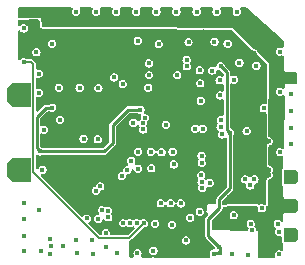
<source format=gbr>
%TF.GenerationSoftware,KiCad,Pcbnew,8.0.5*%
%TF.CreationDate,2024-10-22T15:36:18+02:00*%
%TF.ProjectId,cansatperso,63616e73-6174-4706-9572-736f2e6b6963,rev?*%
%TF.SameCoordinates,Original*%
%TF.FileFunction,Copper,L4,Inr*%
%TF.FilePolarity,Positive*%
%FSLAX46Y46*%
G04 Gerber Fmt 4.6, Leading zero omitted, Abs format (unit mm)*
G04 Created by KiCad (PCBNEW 8.0.5) date 2024-10-22 15:36:18*
%MOMM*%
%LPD*%
G01*
G04 APERTURE LIST*
G04 Aperture macros list*
%AMOutline5P*
0 Free polygon, 5 corners , with rotation*
0 The origin of the aperture is its center*
0 number of corners: always 5*
0 $1 to $10 corner X, Y*
0 $11 Rotation angle, in degrees counterclockwise*
0 create outline with 5 corners*
4,1,5,$1,$2,$3,$4,$5,$6,$7,$8,$9,$10,$1,$2,$11*%
%AMOutline6P*
0 Free polygon, 6 corners , with rotation*
0 The origin of the aperture is its center*
0 number of corners: always 6*
0 $1 to $12 corner X, Y*
0 $13 Rotation angle, in degrees counterclockwise*
0 create outline with 6 corners*
4,1,6,$1,$2,$3,$4,$5,$6,$7,$8,$9,$10,$11,$12,$1,$2,$13*%
%AMOutline7P*
0 Free polygon, 7 corners , with rotation*
0 The origin of the aperture is its center*
0 number of corners: always 7*
0 $1 to $14 corner X, Y*
0 $15 Rotation angle, in degrees counterclockwise*
0 create outline with 7 corners*
4,1,7,$1,$2,$3,$4,$5,$6,$7,$8,$9,$10,$11,$12,$13,$14,$1,$2,$15*%
%AMOutline8P*
0 Free polygon, 8 corners , with rotation*
0 The origin of the aperture is its center*
0 number of corners: always 8*
0 $1 to $16 corner X, Y*
0 $17 Rotation angle, in degrees counterclockwise*
0 create outline with 8 corners*
4,1,8,$1,$2,$3,$4,$5,$6,$7,$8,$9,$10,$11,$12,$13,$14,$15,$16,$1,$2,$17*%
%AMFreePoly0*
4,1,8,1.000000,0.600000,1.000000,-1.000000,0.000000,-1.000000,-1.000000,-1.000000,-1.000000,0.600000,-0.600000,1.000000,0.600000,1.000000,1.000000,0.600000,1.000000,0.600000,$1*%
G04 Aperture macros list end*
%TA.AperFunction,ComponentPad*%
%ADD10Outline6P,-0.600000X0.360000X-0.360000X0.600000X0.360000X0.600000X0.600000X0.360000X0.600000X-0.600000X-0.600000X-0.600000X270.000000*%
%TD*%
%TA.AperFunction,ComponentPad*%
%ADD11FreePoly0,90.000000*%
%TD*%
%TA.AperFunction,ViaPad*%
%ADD12C,0.400000*%
%TD*%
%TA.AperFunction,Conductor*%
%ADD13C,0.250000*%
%TD*%
%TA.AperFunction,Conductor*%
%ADD14C,0.150000*%
%TD*%
G04 APERTURE END LIST*
D10*
%TO.N,TIM3_CHI_PWM4*%
%TO.C,REF\u002A\u002A2*%
X195660000Y-87340000D03*
%TD*%
D11*
%TO.N,GND*%
%TO.C,*%
X172680000Y-80400000D03*
%TD*%
D10*
%TO.N,+5V*%
%TO.C,REF\u002A\u002A1*%
X195660000Y-89740000D03*
%TD*%
%TO.N,GND*%
%TO.C,REF\u002A\u002A*%
X195660000Y-92190000D03*
%TD*%
D11*
%TO.N,BAT+*%
%TO.C,REF\u002A\u002A*%
X172675000Y-86705000D03*
%TD*%
D12*
%TO.N,GND*%
X189020000Y-78290000D03*
X186860000Y-77390000D03*
X186880000Y-77930000D03*
X176360000Y-93120000D03*
X176050000Y-79740000D03*
X184730000Y-85210000D03*
X176140000Y-82470000D03*
X194760000Y-76690000D03*
X195710000Y-81720000D03*
X192250000Y-88020000D03*
X182160000Y-85940000D03*
X188060000Y-80840000D03*
X191100000Y-73300000D03*
X174140000Y-76740000D03*
X182600000Y-73300000D03*
X189650000Y-79120000D03*
X190880000Y-79060000D03*
X175390000Y-93170000D03*
X194680000Y-91940000D03*
X180900000Y-73300000D03*
X185500000Y-89530000D03*
X183680000Y-78680000D03*
X178400000Y-90820000D03*
X173080000Y-74720000D03*
X186810000Y-92670000D03*
X182750000Y-85180000D03*
X194760000Y-85190000D03*
X186380000Y-89540000D03*
X183870000Y-86560000D03*
X185770000Y-86240000D03*
X177800000Y-79760000D03*
X175330000Y-93790000D03*
X182730000Y-75760000D03*
X179340000Y-84110000D03*
X191820000Y-87500000D03*
X192290000Y-91270000D03*
X177500000Y-73300000D03*
X188800000Y-87800000D03*
X174340000Y-78550000D03*
X183840000Y-85180000D03*
X179390000Y-79780000D03*
X175330000Y-92590000D03*
X183670000Y-77690000D03*
X187970000Y-90257500D03*
X178860000Y-92680000D03*
X187700000Y-73300000D03*
X184670000Y-89530000D03*
X184040000Y-93547500D03*
X182700000Y-93770000D03*
X194580000Y-91267500D03*
X189400000Y-73300000D03*
X174340000Y-80170000D03*
X178930000Y-93810000D03*
X189690000Y-80400000D03*
X182750000Y-86610000D03*
X179200000Y-73300000D03*
X181370000Y-87230000D03*
X192770000Y-77880000D03*
X178130000Y-84070000D03*
X181450000Y-79430000D03*
X192420000Y-91820000D03*
%TO.N,+3.3V*%
X187000000Y-91430000D03*
%TO.N,GND*%
X174400000Y-90095000D03*
X183600000Y-79750000D03*
X191330000Y-77620000D03*
X185670000Y-85170000D03*
X181840000Y-86720000D03*
X194760000Y-80090000D03*
X181000000Y-93770000D03*
X177480000Y-92630000D03*
X184300000Y-73300000D03*
X177600000Y-93770000D03*
X186000000Y-73300000D03*
X188010000Y-79360000D03*
X192600000Y-87500000D03*
%TO.N,+3.3V*%
X193380000Y-84040000D03*
X190050000Y-89495521D03*
X189750000Y-81710000D03*
X193800000Y-86700000D03*
X189950000Y-84530000D03*
X187800000Y-75020000D03*
X190420521Y-89010521D03*
X190070000Y-85070000D03*
X193830000Y-84270000D03*
X195710000Y-80320000D03*
X173070000Y-76130000D03*
X186180000Y-91660000D03*
X188320000Y-75010000D03*
X185110000Y-91730000D03*
X181090000Y-83220000D03*
X192570000Y-76830000D03*
X183050000Y-75090000D03*
X193816587Y-87131306D03*
X181740000Y-82530000D03*
X193150000Y-82610000D03*
X185020000Y-92422500D03*
X180140000Y-83220000D03*
%TO.N,NRST*%
X173080000Y-93590000D03*
X179380000Y-90850660D03*
%TO.N,USART3_RX*%
X180000000Y-93270000D03*
X182345000Y-82715000D03*
%TO.N,SDDETECT*%
X193396250Y-81483750D03*
X184190000Y-91260000D03*
%TO.N,VIN*%
X175470000Y-81450000D03*
X182950430Y-81600789D03*
X174480000Y-85147500D03*
%TO.N,+5V*%
X177340000Y-74380000D03*
X189147500Y-91280000D03*
X193490000Y-93810000D03*
X181560000Y-74390000D03*
X173070000Y-73460000D03*
X181541494Y-73890340D03*
X175170000Y-73890000D03*
X175170000Y-74330000D03*
X194280000Y-88840000D03*
X194280000Y-89310000D03*
X195710000Y-78920000D03*
%TO.N,ADC1_IN3_VBAT*%
X174770000Y-83300000D03*
X179180000Y-88470000D03*
%TO.N,ADC1_IN2_CURR*%
X180720000Y-78872500D03*
X179541191Y-88089171D03*
%TO.N,I2C3_SDA_ACCEL*%
X185110000Y-82870000D03*
X195710000Y-83120000D03*
X189860000Y-83705000D03*
%TO.N,I2C3_SCL_ACCEL*%
X188090000Y-87150000D03*
X191937000Y-83410000D03*
X195710000Y-84520000D03*
%TO.N,3.3VEN*%
X189655249Y-93721215D03*
X189160000Y-93790000D03*
X189740000Y-77920000D03*
X190530166Y-83559834D03*
X189610000Y-93200000D03*
%TO.N,SPI1_CS_SD*%
X182650000Y-91240000D03*
X190330000Y-76010000D03*
%TO.N,SPI1_MISO_SD*%
X181480000Y-91210000D03*
X184510000Y-76050000D03*
%TO.N,SPI1_SCK_SD*%
X180225170Y-90704168D03*
X187020000Y-75880000D03*
%TO.N,SPI1_MOSI_SD*%
X189220000Y-75840000D03*
X182060000Y-91220000D03*
%TO.N,USART1_RX_GPS*%
X189730000Y-83060000D03*
X183132230Y-82772331D03*
%TO.N,USART1_TX_GPS*%
X183185000Y-83269541D03*
X189760000Y-82490000D03*
%TO.N,LPUART1_RX_RADIO*%
X186065000Y-78680000D03*
X179690000Y-90100000D03*
%TO.N,LPUART1_TX_RADIO*%
X187160000Y-90760000D03*
X187976943Y-78256943D03*
%TO.N,GPIO_EXTI1*%
X173070000Y-77580000D03*
X183230000Y-91230000D03*
%TO.N,SWO*%
X183310000Y-82305000D03*
X173090000Y-89490000D03*
%TO.N,SWDIO*%
X188230000Y-83220000D03*
X173070000Y-92300000D03*
%TO.N,SWCLK{slash}I2C1_SDA*%
X173070000Y-90900000D03*
X187585000Y-83220000D03*
%TO.N,TIM3_CHI_PWM4*%
X188120000Y-87730000D03*
%TO.N,USART3_TX*%
X185620000Y-91330000D03*
X180020000Y-92060000D03*
%TO.N,D+*%
X193220000Y-89955000D03*
X188120000Y-85490000D03*
%TO.N,D-*%
X190860000Y-90540000D03*
X188150000Y-86110000D03*
%TO.N,BAT+*%
X174650000Y-86680000D03*
X175470000Y-76026000D03*
%TO.N,PWEN*%
X188180000Y-88240000D03*
X194690000Y-93860000D03*
%TO.N,USBD+*%
X192060000Y-93870000D03*
%TO.N,USBD-*%
X190740000Y-93860000D03*
%TO.N,ADC2_IN17*%
X180190000Y-90150000D03*
X174500000Y-93530000D03*
%TD*%
D13*
%TO.N,VIN*%
X180600000Y-84413959D02*
X179866459Y-85147500D01*
X180600000Y-82898959D02*
X180600000Y-84413959D01*
X174164815Y-82255185D02*
X174164815Y-84832315D01*
X174970000Y-81450000D02*
X174164815Y-82255185D01*
X175470000Y-81450000D02*
X174970000Y-81450000D01*
X181898170Y-81600789D02*
X180600000Y-82898959D01*
X182950430Y-81600789D02*
X181898170Y-81600789D01*
X179866459Y-85147500D02*
X174480000Y-85147500D01*
X174164815Y-84832315D02*
X174480000Y-85147500D01*
%TO.N,3.3VEN*%
X190550000Y-88280000D02*
X190550000Y-83579668D01*
X189610000Y-93200000D02*
X189655249Y-93245249D01*
X189655249Y-93721215D02*
X189228785Y-93721215D01*
X189610000Y-93200000D02*
X188710000Y-92300000D01*
X190550000Y-83579668D02*
X190530166Y-83559834D01*
X190530166Y-83559834D02*
X190275000Y-83304668D01*
X189625000Y-89205000D02*
X190550000Y-88280000D01*
X189228785Y-93721215D02*
X189160000Y-93790000D01*
X190275000Y-78455000D02*
X189740000Y-77920000D01*
X189625000Y-89945000D02*
X189625000Y-89205000D01*
X189655249Y-93245249D02*
X189655249Y-93721215D01*
X188710000Y-90860000D02*
X189625000Y-89945000D01*
X188710000Y-92300000D02*
X188710000Y-90860000D01*
X190275000Y-83304668D02*
X190275000Y-78455000D01*
D14*
%TO.N,GPIO_EXTI1*%
X173720000Y-77580000D02*
X173864815Y-77724815D01*
X179430000Y-92470000D02*
X181990000Y-92470000D01*
X181990000Y-92470000D02*
X183230000Y-91230000D01*
X173864815Y-77724815D02*
X173864815Y-86904815D01*
X173070000Y-77580000D02*
X173720000Y-77580000D01*
X173864815Y-86904815D02*
X179430000Y-92470000D01*
%TD*%
%TA.AperFunction,Conductor*%
%TO.N,+5V*%
G36*
X177154489Y-72960185D02*
G01*
X177200244Y-73012989D01*
X177210188Y-73082147D01*
X177197936Y-73120790D01*
X177162500Y-73190339D01*
X177162498Y-73190343D01*
X177145131Y-73299997D01*
X177145131Y-73300002D01*
X177162498Y-73409658D01*
X177212904Y-73508585D01*
X177212909Y-73508592D01*
X177291407Y-73587090D01*
X177291410Y-73587092D01*
X177291413Y-73587095D01*
X177390339Y-73637500D01*
X177390341Y-73637501D01*
X177499998Y-73654869D01*
X177500000Y-73654869D01*
X177500002Y-73654869D01*
X177609658Y-73637501D01*
X177609659Y-73637500D01*
X177609661Y-73637500D01*
X177708587Y-73587095D01*
X177787095Y-73508587D01*
X177837500Y-73409661D01*
X177837500Y-73409659D01*
X177837501Y-73409658D01*
X177854869Y-73300002D01*
X177854869Y-73299997D01*
X177837501Y-73190343D01*
X177837500Y-73190341D01*
X177837500Y-73190339D01*
X177802064Y-73120792D01*
X177789169Y-73052125D01*
X177815446Y-72987385D01*
X177872552Y-72947128D01*
X177912550Y-72940500D01*
X178787450Y-72940500D01*
X178854489Y-72960185D01*
X178900244Y-73012989D01*
X178910188Y-73082147D01*
X178897936Y-73120790D01*
X178862500Y-73190339D01*
X178862498Y-73190343D01*
X178845131Y-73299997D01*
X178845131Y-73300002D01*
X178862498Y-73409658D01*
X178912904Y-73508585D01*
X178912909Y-73508592D01*
X178991407Y-73587090D01*
X178991410Y-73587092D01*
X178991413Y-73587095D01*
X179090339Y-73637500D01*
X179090341Y-73637501D01*
X179199998Y-73654869D01*
X179200000Y-73654869D01*
X179200002Y-73654869D01*
X179309658Y-73637501D01*
X179309659Y-73637500D01*
X179309661Y-73637500D01*
X179408587Y-73587095D01*
X179487095Y-73508587D01*
X179537500Y-73409661D01*
X179537500Y-73409659D01*
X179537501Y-73409658D01*
X179554869Y-73300002D01*
X179554869Y-73299997D01*
X179537501Y-73190343D01*
X179537500Y-73190341D01*
X179537500Y-73190339D01*
X179502064Y-73120792D01*
X179489169Y-73052125D01*
X179515446Y-72987385D01*
X179572552Y-72947128D01*
X179612550Y-72940500D01*
X180487450Y-72940500D01*
X180554489Y-72960185D01*
X180600244Y-73012989D01*
X180610188Y-73082147D01*
X180597936Y-73120790D01*
X180562500Y-73190339D01*
X180562498Y-73190343D01*
X180545131Y-73299997D01*
X180545131Y-73300002D01*
X180562498Y-73409658D01*
X180612904Y-73508585D01*
X180612909Y-73508592D01*
X180691407Y-73587090D01*
X180691410Y-73587092D01*
X180691413Y-73587095D01*
X180790339Y-73637500D01*
X180790341Y-73637501D01*
X180899998Y-73654869D01*
X180900000Y-73654869D01*
X180900002Y-73654869D01*
X181009658Y-73637501D01*
X181009659Y-73637500D01*
X181009661Y-73637500D01*
X181108587Y-73587095D01*
X181187095Y-73508587D01*
X181237500Y-73409661D01*
X181237500Y-73409659D01*
X181237501Y-73409658D01*
X181254869Y-73300002D01*
X181254869Y-73299997D01*
X181237501Y-73190343D01*
X181237500Y-73190341D01*
X181237500Y-73190339D01*
X181202064Y-73120792D01*
X181189169Y-73052125D01*
X181215446Y-72987385D01*
X181272552Y-72947128D01*
X181312550Y-72940500D01*
X182187450Y-72940500D01*
X182254489Y-72960185D01*
X182300244Y-73012989D01*
X182310188Y-73082147D01*
X182297936Y-73120790D01*
X182262500Y-73190339D01*
X182262498Y-73190343D01*
X182245131Y-73299997D01*
X182245131Y-73300002D01*
X182262498Y-73409658D01*
X182312904Y-73508585D01*
X182312909Y-73508592D01*
X182391407Y-73587090D01*
X182391410Y-73587092D01*
X182391413Y-73587095D01*
X182490339Y-73637500D01*
X182490341Y-73637501D01*
X182599998Y-73654869D01*
X182600000Y-73654869D01*
X182600002Y-73654869D01*
X182709658Y-73637501D01*
X182709659Y-73637500D01*
X182709661Y-73637500D01*
X182808587Y-73587095D01*
X182887095Y-73508587D01*
X182937500Y-73409661D01*
X182937500Y-73409659D01*
X182937501Y-73409658D01*
X182954869Y-73300002D01*
X182954869Y-73299997D01*
X182937501Y-73190343D01*
X182937500Y-73190341D01*
X182937500Y-73190339D01*
X182902064Y-73120792D01*
X182889169Y-73052125D01*
X182915446Y-72987385D01*
X182972552Y-72947128D01*
X183012550Y-72940500D01*
X183887450Y-72940500D01*
X183954489Y-72960185D01*
X184000244Y-73012989D01*
X184010188Y-73082147D01*
X183997936Y-73120790D01*
X183962500Y-73190339D01*
X183962498Y-73190343D01*
X183945131Y-73299997D01*
X183945131Y-73300002D01*
X183962498Y-73409658D01*
X184012904Y-73508585D01*
X184012909Y-73508592D01*
X184091407Y-73587090D01*
X184091410Y-73587092D01*
X184091413Y-73587095D01*
X184190339Y-73637500D01*
X184190341Y-73637501D01*
X184299998Y-73654869D01*
X184300000Y-73654869D01*
X184300002Y-73654869D01*
X184409658Y-73637501D01*
X184409659Y-73637500D01*
X184409661Y-73637500D01*
X184508587Y-73587095D01*
X184587095Y-73508587D01*
X184637500Y-73409661D01*
X184637500Y-73409659D01*
X184637501Y-73409658D01*
X184654869Y-73300002D01*
X184654869Y-73299997D01*
X184637501Y-73190343D01*
X184637500Y-73190341D01*
X184637500Y-73190339D01*
X184602064Y-73120792D01*
X184589169Y-73052125D01*
X184615446Y-72987385D01*
X184672552Y-72947128D01*
X184712550Y-72940500D01*
X185587450Y-72940500D01*
X185654489Y-72960185D01*
X185700244Y-73012989D01*
X185710188Y-73082147D01*
X185697936Y-73120790D01*
X185662500Y-73190339D01*
X185662498Y-73190343D01*
X185645131Y-73299997D01*
X185645131Y-73300002D01*
X185662498Y-73409658D01*
X185712904Y-73508585D01*
X185712909Y-73508592D01*
X185791407Y-73587090D01*
X185791410Y-73587092D01*
X185791413Y-73587095D01*
X185890339Y-73637500D01*
X185890341Y-73637501D01*
X185999998Y-73654869D01*
X186000000Y-73654869D01*
X186000002Y-73654869D01*
X186109658Y-73637501D01*
X186109659Y-73637500D01*
X186109661Y-73637500D01*
X186208587Y-73587095D01*
X186287095Y-73508587D01*
X186337500Y-73409661D01*
X186337500Y-73409659D01*
X186337501Y-73409658D01*
X186354869Y-73300002D01*
X186354869Y-73299997D01*
X186337501Y-73190343D01*
X186337500Y-73190341D01*
X186337500Y-73190339D01*
X186302064Y-73120792D01*
X186289169Y-73052125D01*
X186315446Y-72987385D01*
X186372552Y-72947128D01*
X186412550Y-72940500D01*
X187287450Y-72940500D01*
X187354489Y-72960185D01*
X187400244Y-73012989D01*
X187410188Y-73082147D01*
X187397936Y-73120790D01*
X187362500Y-73190339D01*
X187362498Y-73190343D01*
X187345131Y-73299997D01*
X187345131Y-73300002D01*
X187362498Y-73409658D01*
X187412904Y-73508585D01*
X187412909Y-73508592D01*
X187491407Y-73587090D01*
X187491410Y-73587092D01*
X187491413Y-73587095D01*
X187590339Y-73637500D01*
X187590341Y-73637501D01*
X187699998Y-73654869D01*
X187700000Y-73654869D01*
X187700002Y-73654869D01*
X187809658Y-73637501D01*
X187809659Y-73637500D01*
X187809661Y-73637500D01*
X187908587Y-73587095D01*
X187987095Y-73508587D01*
X188037500Y-73409661D01*
X188037500Y-73409659D01*
X188037501Y-73409658D01*
X188054869Y-73300002D01*
X188054869Y-73299997D01*
X188037501Y-73190343D01*
X188037500Y-73190341D01*
X188037500Y-73190339D01*
X188002064Y-73120792D01*
X187989169Y-73052125D01*
X188015446Y-72987385D01*
X188072552Y-72947128D01*
X188112550Y-72940500D01*
X188987450Y-72940500D01*
X189054489Y-72960185D01*
X189100244Y-73012989D01*
X189110188Y-73082147D01*
X189097936Y-73120790D01*
X189062500Y-73190339D01*
X189062498Y-73190343D01*
X189045131Y-73299997D01*
X189045131Y-73300002D01*
X189062498Y-73409658D01*
X189112904Y-73508585D01*
X189112909Y-73508592D01*
X189191407Y-73587090D01*
X189191410Y-73587092D01*
X189191413Y-73587095D01*
X189290339Y-73637500D01*
X189290341Y-73637501D01*
X189399998Y-73654869D01*
X189400000Y-73654869D01*
X189400002Y-73654869D01*
X189509658Y-73637501D01*
X189509659Y-73637500D01*
X189509661Y-73637500D01*
X189608587Y-73587095D01*
X189687095Y-73508587D01*
X189737500Y-73409661D01*
X189737500Y-73409659D01*
X189737501Y-73409658D01*
X189754869Y-73300002D01*
X189754869Y-73299997D01*
X189737501Y-73190343D01*
X189737500Y-73190341D01*
X189737500Y-73190339D01*
X189702064Y-73120792D01*
X189689169Y-73052125D01*
X189715446Y-72987385D01*
X189772552Y-72947128D01*
X189812550Y-72940500D01*
X190687450Y-72940500D01*
X190754489Y-72960185D01*
X190800244Y-73012989D01*
X190810188Y-73082147D01*
X190797936Y-73120790D01*
X190762500Y-73190339D01*
X190762498Y-73190343D01*
X190745131Y-73299997D01*
X190745131Y-73300002D01*
X190762498Y-73409658D01*
X190812904Y-73508585D01*
X190812909Y-73508592D01*
X190891407Y-73587090D01*
X190891410Y-73587092D01*
X190891413Y-73587095D01*
X190990339Y-73637500D01*
X190990341Y-73637501D01*
X191099998Y-73654869D01*
X191100000Y-73654869D01*
X191100002Y-73654869D01*
X191209658Y-73637501D01*
X191209659Y-73637500D01*
X191209661Y-73637500D01*
X191308587Y-73587095D01*
X191387095Y-73508587D01*
X191437500Y-73409661D01*
X191437500Y-73409659D01*
X191437501Y-73409658D01*
X191454869Y-73300002D01*
X191454869Y-73299997D01*
X191437501Y-73190343D01*
X191437500Y-73190341D01*
X191437500Y-73190339D01*
X191402064Y-73120792D01*
X191389169Y-73052125D01*
X191415446Y-72987385D01*
X191472552Y-72947128D01*
X191512550Y-72940500D01*
X191897973Y-72940500D01*
X191965012Y-72960185D01*
X191981201Y-72972581D01*
X195028731Y-75732082D01*
X195065212Y-75791670D01*
X195069500Y-75823998D01*
X195069500Y-76251973D01*
X195049815Y-76319012D01*
X194997011Y-76364767D01*
X194927853Y-76374711D01*
X194889208Y-76362459D01*
X194869659Y-76352499D01*
X194760002Y-76335131D01*
X194759998Y-76335131D01*
X194650341Y-76352498D01*
X194551414Y-76402904D01*
X194551407Y-76402909D01*
X194472909Y-76481407D01*
X194472904Y-76481414D01*
X194422498Y-76580341D01*
X194405131Y-76689997D01*
X194405131Y-76690002D01*
X194422498Y-76799658D01*
X194472904Y-76898585D01*
X194472909Y-76898592D01*
X194551407Y-76977090D01*
X194551410Y-76977092D01*
X194551413Y-76977095D01*
X194630793Y-77017541D01*
X194650341Y-77027501D01*
X194759998Y-77044869D01*
X194760000Y-77044869D01*
X194760002Y-77044869D01*
X194869656Y-77027501D01*
X194869656Y-77027500D01*
X194869661Y-77027500D01*
X194889207Y-77017540D01*
X194957874Y-77004645D01*
X195022615Y-77030921D01*
X195062872Y-77088028D01*
X195069500Y-77128026D01*
X195069500Y-78249992D01*
X195084799Y-78286928D01*
X195121707Y-78323836D01*
X195118514Y-78327028D01*
X195147799Y-78361994D01*
X195149717Y-78371291D01*
X195158303Y-78380000D01*
X196076004Y-78388809D01*
X196142850Y-78409136D01*
X196188096Y-78462377D01*
X196198806Y-78513997D01*
X196191180Y-79305888D01*
X196170851Y-79372735D01*
X196117609Y-79417979D01*
X196067364Y-79428694D01*
X195156746Y-79429999D01*
X195156745Y-79430000D01*
X195155617Y-79696378D01*
X195135649Y-79763334D01*
X195082651Y-79808865D01*
X195013451Y-79818515D01*
X194975323Y-79806338D01*
X194968588Y-79802906D01*
X194968587Y-79802905D01*
X194869661Y-79752500D01*
X194869659Y-79752499D01*
X194869656Y-79752498D01*
X194760002Y-79735131D01*
X194759998Y-79735131D01*
X194650341Y-79752498D01*
X194551414Y-79802904D01*
X194551407Y-79802909D01*
X194472909Y-79881407D01*
X194472904Y-79881414D01*
X194422498Y-79980341D01*
X194405131Y-80089997D01*
X194405131Y-80090002D01*
X194422498Y-80199658D01*
X194472904Y-80298585D01*
X194472909Y-80298592D01*
X194551407Y-80377090D01*
X194551410Y-80377092D01*
X194551413Y-80377095D01*
X194574280Y-80388746D01*
X194650341Y-80427501D01*
X194759998Y-80444869D01*
X194760000Y-80444869D01*
X194760002Y-80444869D01*
X194869656Y-80427501D01*
X194869656Y-80427500D01*
X194869661Y-80427500D01*
X194968587Y-80377095D01*
X194968589Y-80377092D01*
X194971978Y-80375366D01*
X195040647Y-80362470D01*
X195105388Y-80388746D01*
X195145645Y-80445853D01*
X195152272Y-80486376D01*
X195148373Y-81407534D01*
X195140000Y-83554820D01*
X195138780Y-84787396D01*
X195119029Y-84854416D01*
X195066180Y-84900118D01*
X194997011Y-84909993D01*
X194958486Y-84897758D01*
X194869658Y-84852498D01*
X194760002Y-84835131D01*
X194759998Y-84835131D01*
X194650341Y-84852498D01*
X194551414Y-84902904D01*
X194551407Y-84902909D01*
X194472909Y-84981407D01*
X194472904Y-84981414D01*
X194422498Y-85080341D01*
X194405131Y-85189997D01*
X194405131Y-85190002D01*
X194422498Y-85299658D01*
X194472904Y-85398585D01*
X194472909Y-85398592D01*
X194551407Y-85477090D01*
X194551410Y-85477092D01*
X194551413Y-85477095D01*
X194611087Y-85507500D01*
X194650341Y-85527501D01*
X194759998Y-85544869D01*
X194760000Y-85544869D01*
X194760002Y-85544869D01*
X194869657Y-85527501D01*
X194869658Y-85527500D01*
X194869661Y-85527500D01*
X194879205Y-85522636D01*
X194947873Y-85509740D01*
X195012614Y-85536016D01*
X195052871Y-85593121D01*
X195059500Y-85633121D01*
X195059500Y-86493051D01*
X195039815Y-86560090D01*
X195004391Y-86596153D01*
X194951495Y-86631496D01*
X194918234Y-86681275D01*
X194918231Y-86681282D01*
X194909500Y-86725177D01*
X194909500Y-86725180D01*
X194909500Y-87954820D01*
X194909500Y-87954822D01*
X194909499Y-87954822D01*
X194918231Y-87998717D01*
X194918234Y-87998724D01*
X194951494Y-88048502D01*
X194951495Y-88048502D01*
X194951496Y-88048504D01*
X195001278Y-88081767D01*
X195001280Y-88081767D01*
X195004390Y-88083845D01*
X195049195Y-88137457D01*
X195059500Y-88186948D01*
X195059500Y-88999992D01*
X195074799Y-89036928D01*
X195098147Y-89060276D01*
X195131632Y-89121599D01*
X195134466Y-89148079D01*
X195134375Y-89239999D01*
X195134375Y-89240000D01*
X195664485Y-89248085D01*
X195731216Y-89268790D01*
X195776160Y-89322286D01*
X195786546Y-89375483D01*
X195762967Y-90232170D01*
X195741445Y-90298642D01*
X195687403Y-90342927D01*
X195652798Y-90351989D01*
X195503123Y-90368731D01*
X195489339Y-90369500D01*
X195140007Y-90369500D01*
X195103071Y-90384799D01*
X195074799Y-90413071D01*
X195059500Y-90450007D01*
X195059500Y-90951955D01*
X195039815Y-91018994D01*
X194987011Y-91064749D01*
X194917853Y-91074693D01*
X194854297Y-91045668D01*
X194847819Y-91039636D01*
X194788592Y-90980409D01*
X194788588Y-90980406D01*
X194788587Y-90980405D01*
X194734615Y-90952905D01*
X194689658Y-90929998D01*
X194580002Y-90912631D01*
X194579998Y-90912631D01*
X194470341Y-90929998D01*
X194371414Y-90980404D01*
X194371407Y-90980409D01*
X194292909Y-91058907D01*
X194292904Y-91058914D01*
X194242498Y-91157841D01*
X194225131Y-91267497D01*
X194225131Y-91267502D01*
X194242498Y-91377158D01*
X194292904Y-91476085D01*
X194292909Y-91476092D01*
X194378313Y-91561496D01*
X194376881Y-91562927D01*
X194411906Y-91608342D01*
X194417889Y-91677955D01*
X194396683Y-91726210D01*
X194392908Y-91731406D01*
X194342498Y-91830341D01*
X194325131Y-91939997D01*
X194325131Y-91940002D01*
X194342498Y-92049658D01*
X194392904Y-92148585D01*
X194392909Y-92148592D01*
X194471407Y-92227090D01*
X194471410Y-92227092D01*
X194471413Y-92227095D01*
X194565690Y-92275131D01*
X194570341Y-92277501D01*
X194679998Y-92294869D01*
X194680000Y-92294869D01*
X194680002Y-92294869D01*
X194766102Y-92281232D01*
X194835395Y-92290187D01*
X194888847Y-92335183D01*
X194909487Y-92401934D01*
X194909500Y-92403705D01*
X194909500Y-92804820D01*
X194909500Y-92804822D01*
X194909499Y-92804822D01*
X194918231Y-92848717D01*
X194918234Y-92848724D01*
X194951494Y-92898502D01*
X194951495Y-92898502D01*
X194951496Y-92898504D01*
X195001278Y-92931767D01*
X195001280Y-92931767D01*
X195004390Y-92933845D01*
X195049195Y-92987457D01*
X195059500Y-93036948D01*
X195059500Y-93452545D01*
X195039815Y-93519584D01*
X194987011Y-93565339D01*
X194917853Y-93575283D01*
X194879206Y-93563030D01*
X194876032Y-93561413D01*
X194848727Y-93547500D01*
X194799658Y-93522498D01*
X194690002Y-93505131D01*
X194689998Y-93505131D01*
X194580341Y-93522498D01*
X194481414Y-93572904D01*
X194481407Y-93572909D01*
X194402909Y-93651407D01*
X194402904Y-93651414D01*
X194352498Y-93750341D01*
X194335131Y-93859997D01*
X194335131Y-93860002D01*
X194352499Y-93969659D01*
X194355514Y-93978937D01*
X194353688Y-93979530D01*
X194364342Y-94036262D01*
X194338065Y-94101002D01*
X194280958Y-94141258D01*
X194240743Y-94147886D01*
X193014470Y-94145735D01*
X192947466Y-94125933D01*
X192901803Y-94073049D01*
X192890690Y-94021202D01*
X192900000Y-91880000D01*
X192899998Y-91879999D01*
X192899999Y-91879999D01*
X192887595Y-91879735D01*
X192820991Y-91858625D01*
X192776373Y-91804857D01*
X192767767Y-91775160D01*
X192757501Y-91710342D01*
X192757500Y-91710340D01*
X192757500Y-91710339D01*
X192707095Y-91611413D01*
X192639842Y-91544160D01*
X192606359Y-91482840D01*
X192611343Y-91413148D01*
X192617032Y-91400205D01*
X192627500Y-91379661D01*
X192627897Y-91377158D01*
X192644869Y-91270002D01*
X192644869Y-91269997D01*
X192627501Y-91160341D01*
X192600371Y-91107095D01*
X192577095Y-91061413D01*
X192577092Y-91061410D01*
X192577090Y-91061407D01*
X192498592Y-90982909D01*
X192498588Y-90982906D01*
X192498587Y-90982905D01*
X192470486Y-90968587D01*
X192399658Y-90932498D01*
X192290002Y-90915131D01*
X192289998Y-90915131D01*
X192180341Y-90932498D01*
X192081414Y-90982904D01*
X192081407Y-90982909D01*
X192002909Y-91061407D01*
X192002904Y-91061414D01*
X191952498Y-91160341D01*
X191935131Y-91269997D01*
X191935131Y-91270002D01*
X191952498Y-91379658D01*
X191974619Y-91423072D01*
X192002905Y-91478587D01*
X192070156Y-91545838D01*
X192103640Y-91607159D01*
X192098656Y-91676851D01*
X192092959Y-91689812D01*
X192082499Y-91710341D01*
X192075398Y-91755172D01*
X192045468Y-91818306D01*
X191986156Y-91855236D01*
X191950281Y-91859744D01*
X189106856Y-91799103D01*
X189040252Y-91777993D01*
X188995633Y-91724226D01*
X188985500Y-91675131D01*
X188985500Y-91025477D01*
X189005185Y-90958438D01*
X189021819Y-90937796D01*
X189419618Y-90539997D01*
X190505131Y-90539997D01*
X190505131Y-90540002D01*
X190522498Y-90649658D01*
X190572904Y-90748585D01*
X190572909Y-90748592D01*
X190651407Y-90827090D01*
X190651410Y-90827092D01*
X190651413Y-90827095D01*
X190734954Y-90869661D01*
X190750341Y-90877501D01*
X190859998Y-90894869D01*
X190860000Y-90894869D01*
X190860002Y-90894869D01*
X190969658Y-90877501D01*
X190969659Y-90877500D01*
X190969661Y-90877500D01*
X191068587Y-90827095D01*
X191147095Y-90748587D01*
X191197500Y-90649661D01*
X191197500Y-90649659D01*
X191197501Y-90649658D01*
X191214869Y-90540002D01*
X191214869Y-90539997D01*
X191197501Y-90430341D01*
X191190741Y-90417073D01*
X191147095Y-90331413D01*
X191147092Y-90331410D01*
X191147090Y-90331407D01*
X191068592Y-90252909D01*
X191068588Y-90252906D01*
X191068587Y-90252905D01*
X190997980Y-90216929D01*
X190969658Y-90202498D01*
X190860002Y-90185131D01*
X190859998Y-90185131D01*
X190750341Y-90202498D01*
X190651414Y-90252904D01*
X190651407Y-90252909D01*
X190572909Y-90331407D01*
X190572904Y-90331414D01*
X190522498Y-90430341D01*
X190505131Y-90539997D01*
X189419618Y-90539997D01*
X189858557Y-90101059D01*
X189883708Y-90040339D01*
X189900500Y-89999800D01*
X189900500Y-89971896D01*
X189920185Y-89904857D01*
X189972989Y-89859102D01*
X190042147Y-89849158D01*
X190043837Y-89849413D01*
X190050000Y-89850390D01*
X190050000Y-89850389D01*
X190050001Y-89850390D01*
X190050002Y-89850390D01*
X190159658Y-89833022D01*
X190159659Y-89833021D01*
X190159661Y-89833021D01*
X190258587Y-89782616D01*
X190258592Y-89782611D01*
X190264885Y-89776319D01*
X190326208Y-89742834D01*
X190352566Y-89740000D01*
X192753998Y-89740000D01*
X192821037Y-89759685D01*
X192866792Y-89812489D01*
X192876736Y-89881647D01*
X192876471Y-89883397D01*
X192865131Y-89954996D01*
X192865131Y-89955002D01*
X192882498Y-90064658D01*
X192932904Y-90163585D01*
X192932909Y-90163592D01*
X193011407Y-90242090D01*
X193011410Y-90242092D01*
X193011413Y-90242095D01*
X193056544Y-90265090D01*
X193110341Y-90292501D01*
X193219998Y-90309869D01*
X193220000Y-90309869D01*
X193220002Y-90309869D01*
X193329658Y-90292501D01*
X193329659Y-90292500D01*
X193329661Y-90292500D01*
X193428587Y-90242095D01*
X193507095Y-90163587D01*
X193557500Y-90064661D01*
X193557500Y-90064659D01*
X193557501Y-90064658D01*
X193574869Y-89955002D01*
X193574869Y-89954996D01*
X193563529Y-89883397D01*
X193572484Y-89814104D01*
X193617480Y-89760652D01*
X193684232Y-89740013D01*
X193686002Y-89740000D01*
X193770000Y-89740000D01*
X193775305Y-87598310D01*
X193795156Y-87531321D01*
X193848073Y-87485697D01*
X193879908Y-87476146D01*
X193926245Y-87468807D01*
X193926246Y-87468806D01*
X193926248Y-87468806D01*
X194025174Y-87418401D01*
X194103682Y-87339893D01*
X194154087Y-87240967D01*
X194154087Y-87240965D01*
X194154088Y-87240964D01*
X194171456Y-87131308D01*
X194171456Y-87131303D01*
X194154088Y-87021649D01*
X194154087Y-87021647D01*
X194154087Y-87021645D01*
X194120469Y-86955666D01*
X194107574Y-86887001D01*
X194120469Y-86843085D01*
X194137500Y-86809661D01*
X194137501Y-86809656D01*
X194154869Y-86700002D01*
X194154869Y-86699997D01*
X194137501Y-86590341D01*
X194137500Y-86590339D01*
X194087095Y-86491413D01*
X194087092Y-86491410D01*
X194087090Y-86491407D01*
X194008592Y-86412909D01*
X194008588Y-86412906D01*
X194008587Y-86412905D01*
X193909661Y-86362500D01*
X193909659Y-86362499D01*
X193909658Y-86362499D01*
X193883281Y-86358321D01*
X193820147Y-86328391D01*
X193783216Y-86269079D01*
X193778681Y-86235552D01*
X193782391Y-84738006D01*
X193802242Y-84671017D01*
X193855159Y-84625393D01*
X193886994Y-84615842D01*
X193939658Y-84607501D01*
X193939659Y-84607500D01*
X193939661Y-84607500D01*
X194038587Y-84557095D01*
X194117095Y-84478587D01*
X194167500Y-84379661D01*
X194167500Y-84379659D01*
X194167501Y-84379658D01*
X194184869Y-84270002D01*
X194184869Y-84269997D01*
X194167501Y-84160341D01*
X194121470Y-84070000D01*
X194117095Y-84061413D01*
X194117092Y-84061410D01*
X194117090Y-84061407D01*
X194038592Y-83982909D01*
X194038588Y-83982906D01*
X194038587Y-83982905D01*
X193939661Y-83932500D01*
X193939659Y-83932499D01*
X193939658Y-83932499D01*
X193889310Y-83924524D01*
X193826176Y-83894594D01*
X193789246Y-83835282D01*
X193784710Y-83801749D01*
X193800000Y-77630000D01*
X192950465Y-76826902D01*
X192915273Y-76766547D01*
X192913183Y-76756221D01*
X192907500Y-76720339D01*
X192857095Y-76621413D01*
X192857092Y-76621410D01*
X192857090Y-76621407D01*
X192778592Y-76542909D01*
X192778588Y-76542906D01*
X192778587Y-76542905D01*
X192744202Y-76525385D01*
X192679658Y-76492498D01*
X192617933Y-76482722D01*
X192554798Y-76452792D01*
X192552148Y-76450358D01*
X190690001Y-74690000D01*
X190689998Y-74689999D01*
X188387414Y-74664471D01*
X188369394Y-74662953D01*
X188320000Y-74655131D01*
X188279606Y-74661528D01*
X188258836Y-74663046D01*
X183925056Y-74615000D01*
X174709189Y-74600191D01*
X174642181Y-74580399D01*
X174596511Y-74527521D01*
X174585477Y-74480896D01*
X174560000Y-73810000D01*
X174559999Y-73810000D01*
X174559999Y-73809999D01*
X172696301Y-73837073D01*
X172628983Y-73818364D01*
X172582466Y-73766230D01*
X172570500Y-73713086D01*
X172570500Y-73064500D01*
X172590185Y-72997461D01*
X172642989Y-72951706D01*
X172694500Y-72940500D01*
X177087450Y-72940500D01*
X177154489Y-72960185D01*
G37*
%TD.AperFunction*%
%TD*%
%TA.AperFunction,Conductor*%
%TO.N,+3.3V*%
G36*
X174356578Y-73988157D02*
G01*
X174403095Y-74040291D01*
X174414972Y-74088729D01*
X174430089Y-74486802D01*
X174434155Y-74516698D01*
X174434158Y-74516714D01*
X174445189Y-74563327D01*
X174445192Y-74563334D01*
X174478826Y-74629159D01*
X174478832Y-74629167D01*
X174524492Y-74682034D01*
X174529467Y-74687524D01*
X174529469Y-74687526D01*
X174582558Y-74720002D01*
X174598135Y-74729531D01*
X174622753Y-74736802D01*
X174665141Y-74749322D01*
X174665144Y-74749322D01*
X174665146Y-74749323D01*
X174708931Y-74755690D01*
X174708939Y-74755691D01*
X183923632Y-74770497D01*
X183924748Y-74770504D01*
X188257112Y-74818536D01*
X188270171Y-74818132D01*
X188290941Y-74816614D01*
X188303929Y-74815114D01*
X188303950Y-74815110D01*
X188305653Y-74814914D01*
X188339281Y-74815621D01*
X188345072Y-74816539D01*
X188356341Y-74817904D01*
X188374361Y-74819422D01*
X188385690Y-74819961D01*
X190578876Y-74844275D01*
X190645690Y-74864701D01*
X190662682Y-74878158D01*
X192411533Y-76531413D01*
X192445325Y-76563358D01*
X192446959Y-76564881D01*
X192449609Y-76567315D01*
X192488187Y-76593303D01*
X192551322Y-76623233D01*
X192584721Y-76633560D01*
X192593601Y-76636306D01*
X192593602Y-76636306D01*
X192593608Y-76636308D01*
X192611606Y-76639158D01*
X192648505Y-76651146D01*
X192668552Y-76661361D01*
X192699937Y-76684164D01*
X192715834Y-76700061D01*
X192738638Y-76731448D01*
X192749073Y-76751928D01*
X192760481Y-76785788D01*
X192760514Y-76785782D01*
X192760566Y-76786040D01*
X192760613Y-76786179D01*
X192760767Y-76787036D01*
X192762864Y-76797395D01*
X192762865Y-76797397D01*
X192780941Y-76844875D01*
X192816132Y-76905228D01*
X192843642Y-76939902D01*
X193605384Y-77660006D01*
X193640578Y-77720364D01*
X193644200Y-77750422D01*
X193636094Y-81021990D01*
X193616243Y-81088981D01*
X193563326Y-81134605D01*
X193494143Y-81144377D01*
X193492696Y-81144156D01*
X193396252Y-81128881D01*
X193396248Y-81128881D01*
X193286591Y-81146248D01*
X193187664Y-81196654D01*
X193187657Y-81196659D01*
X193109159Y-81275157D01*
X193109154Y-81275164D01*
X193058748Y-81374091D01*
X193041381Y-81483747D01*
X193041381Y-81483752D01*
X193058748Y-81593408D01*
X193109154Y-81692335D01*
X193109159Y-81692342D01*
X193187657Y-81770840D01*
X193187660Y-81770842D01*
X193187663Y-81770845D01*
X193263285Y-81809376D01*
X193286591Y-81821251D01*
X193396248Y-81838619D01*
X193396250Y-81838619D01*
X193396252Y-81838619D01*
X193490406Y-81823706D01*
X193559699Y-81832660D01*
X193613151Y-81877656D01*
X193633791Y-81944408D01*
X193633804Y-81946486D01*
X193629210Y-83801368D01*
X193630612Y-83822587D01*
X193635149Y-83856128D01*
X193637053Y-83861414D01*
X193657242Y-83917473D01*
X193694172Y-83976785D01*
X193698233Y-83982973D01*
X193759564Y-84035104D01*
X193822698Y-84065034D01*
X193864982Y-84078109D01*
X193871609Y-84079158D01*
X193908498Y-84091144D01*
X193928553Y-84101362D01*
X193959937Y-84124164D01*
X193975833Y-84140060D01*
X193998637Y-84171446D01*
X194008853Y-84191496D01*
X194020841Y-84228394D01*
X194024358Y-84250600D01*
X194024359Y-84289394D01*
X194020841Y-84311607D01*
X194008852Y-84348505D01*
X193998639Y-84368549D01*
X193975835Y-84399935D01*
X193959936Y-84415834D01*
X193928550Y-84438638D01*
X193908506Y-84448851D01*
X193871617Y-84460838D01*
X193862678Y-84462254D01*
X193862659Y-84462258D01*
X193842319Y-84466898D01*
X193810474Y-84476451D01*
X193810473Y-84476452D01*
X193753618Y-84507621D01*
X193700695Y-84553251D01*
X193695215Y-84558208D01*
X193695214Y-84558210D01*
X193653149Y-84626836D01*
X193653148Y-84626839D01*
X193633301Y-84693816D01*
X193633297Y-84693833D01*
X193626891Y-84737610D01*
X193626891Y-84737621D01*
X193623396Y-86148587D01*
X193623181Y-86235171D01*
X193624582Y-86256380D01*
X193624584Y-86256398D01*
X193629119Y-86289924D01*
X193651214Y-86351274D01*
X193688144Y-86410584D01*
X193692202Y-86416767D01*
X193692204Y-86416770D01*
X193753535Y-86468901D01*
X193816669Y-86498831D01*
X193816674Y-86498832D01*
X193816675Y-86498833D01*
X193852375Y-86509872D01*
X193872033Y-86517849D01*
X193898553Y-86531362D01*
X193929937Y-86554164D01*
X193945834Y-86570061D01*
X193968636Y-86601444D01*
X193972994Y-86609997D01*
X193978852Y-86621492D01*
X193990842Y-86658393D01*
X193994359Y-86680601D01*
X193994358Y-86719396D01*
X193990733Y-86742282D01*
X193982553Y-86769645D01*
X193982981Y-86769816D01*
X193971271Y-86799265D01*
X193971268Y-86799273D01*
X193958372Y-86843192D01*
X193955656Y-86897500D01*
X193954746Y-86915702D01*
X193967641Y-86984367D01*
X193981918Y-87026262D01*
X193995439Y-87052800D01*
X194007427Y-87089695D01*
X194010945Y-87111907D01*
X194010945Y-87150704D01*
X194007427Y-87172915D01*
X193995439Y-87209810D01*
X193993860Y-87212909D01*
X193985226Y-87229855D01*
X193962422Y-87261241D01*
X193946523Y-87277140D01*
X193915135Y-87299945D01*
X193895090Y-87310158D01*
X193858221Y-87322141D01*
X193855606Y-87322555D01*
X193855573Y-87322562D01*
X193835233Y-87327202D01*
X193803388Y-87336755D01*
X193803387Y-87336756D01*
X193746532Y-87367925D01*
X193693609Y-87413555D01*
X193688129Y-87418512D01*
X193688128Y-87418514D01*
X193646063Y-87487140D01*
X193646062Y-87487143D01*
X193626215Y-87554120D01*
X193626211Y-87554137D01*
X193619805Y-87597914D01*
X193619805Y-87597926D01*
X193615056Y-89514815D01*
X193595205Y-89581806D01*
X193562021Y-89616194D01*
X193523874Y-89642816D01*
X193457633Y-89665040D01*
X193396617Y-89651615D01*
X193329661Y-89617500D01*
X193329659Y-89617499D01*
X193329656Y-89617498D01*
X193220002Y-89600131D01*
X193219998Y-89600131D01*
X193110342Y-89617498D01*
X193044592Y-89650999D01*
X192975923Y-89663894D01*
X192923760Y-89646394D01*
X192876358Y-89617500D01*
X192864848Y-89610484D01*
X192864847Y-89610483D01*
X192864846Y-89610483D01*
X192797810Y-89590799D01*
X192797800Y-89590797D01*
X192754001Y-89584500D01*
X192753998Y-89584500D01*
X190352566Y-89584500D01*
X190335958Y-89585390D01*
X190335949Y-89585390D01*
X190335943Y-89585391D01*
X190335937Y-89585391D01*
X190335906Y-89585394D01*
X190309584Y-89588224D01*
X190309582Y-89588225D01*
X190251687Y-89606354D01*
X190251682Y-89606355D01*
X190190356Y-89639843D01*
X190186255Y-89642913D01*
X190168252Y-89654121D01*
X190128502Y-89674374D01*
X190091607Y-89686361D01*
X190045069Y-89693732D01*
X190025247Y-89695258D01*
X190024076Y-89695254D01*
X189957105Y-89675341D01*
X189911530Y-89622381D01*
X189900500Y-89571255D01*
X189900500Y-89370477D01*
X189920185Y-89303438D01*
X189936819Y-89282796D01*
X190340115Y-88879500D01*
X190783558Y-88436058D01*
X190783558Y-88436056D01*
X190783560Y-88436055D01*
X190808903Y-88374869D01*
X190825500Y-88334800D01*
X190825500Y-88225200D01*
X190825500Y-87499997D01*
X191465131Y-87499997D01*
X191465131Y-87500002D01*
X191482498Y-87609658D01*
X191532904Y-87708585D01*
X191532909Y-87708592D01*
X191611407Y-87787090D01*
X191611410Y-87787092D01*
X191611413Y-87787095D01*
X191710339Y-87837500D01*
X191796336Y-87851120D01*
X191859467Y-87881048D01*
X191896399Y-87940360D01*
X191899409Y-87992989D01*
X191895131Y-88020001D01*
X191895131Y-88020002D01*
X191912498Y-88129658D01*
X191962904Y-88228585D01*
X191962909Y-88228592D01*
X192041407Y-88307090D01*
X192041410Y-88307092D01*
X192041413Y-88307095D01*
X192124946Y-88349657D01*
X192140341Y-88357501D01*
X192249998Y-88374869D01*
X192250000Y-88374869D01*
X192250002Y-88374869D01*
X192359658Y-88357501D01*
X192359659Y-88357500D01*
X192359661Y-88357500D01*
X192458587Y-88307095D01*
X192537095Y-88228587D01*
X192587500Y-88129661D01*
X192587500Y-88129659D01*
X192587501Y-88129658D01*
X192604869Y-88020002D01*
X192604869Y-88020001D01*
X192603061Y-88008585D01*
X192598633Y-87980630D01*
X192607587Y-87911339D01*
X192652582Y-87857887D01*
X192701708Y-87838759D01*
X192709661Y-87837500D01*
X192808587Y-87787095D01*
X192887095Y-87708587D01*
X192937500Y-87609661D01*
X192937500Y-87609659D01*
X192937501Y-87609658D01*
X192954869Y-87500002D01*
X192954869Y-87499997D01*
X192937501Y-87390341D01*
X192937500Y-87390339D01*
X192887095Y-87291413D01*
X192887092Y-87291410D01*
X192887090Y-87291407D01*
X192808592Y-87212909D01*
X192808588Y-87212906D01*
X192808587Y-87212905D01*
X192768171Y-87192312D01*
X192709658Y-87162498D01*
X192600002Y-87145131D01*
X192599998Y-87145131D01*
X192490341Y-87162498D01*
X192391414Y-87212904D01*
X192391407Y-87212909D01*
X192312906Y-87291410D01*
X192310319Y-87294972D01*
X192306063Y-87298253D01*
X192306004Y-87298313D01*
X192305996Y-87298305D01*
X192254990Y-87337638D01*
X192185377Y-87343619D01*
X192123581Y-87311014D01*
X192109681Y-87294972D01*
X192107093Y-87291410D01*
X192028592Y-87212909D01*
X192028588Y-87212906D01*
X192028587Y-87212905D01*
X191988171Y-87192312D01*
X191929658Y-87162498D01*
X191820002Y-87145131D01*
X191819998Y-87145131D01*
X191710341Y-87162498D01*
X191611414Y-87212904D01*
X191611407Y-87212909D01*
X191532909Y-87291407D01*
X191532904Y-87291414D01*
X191482498Y-87390341D01*
X191465131Y-87499997D01*
X190825500Y-87499997D01*
X190825500Y-83782020D01*
X190839015Y-83725725D01*
X190849575Y-83705000D01*
X190867666Y-83669495D01*
X190867666Y-83669493D01*
X190867667Y-83669492D01*
X190885035Y-83559836D01*
X190885035Y-83559831D01*
X190867667Y-83450175D01*
X190847195Y-83409997D01*
X191582131Y-83409997D01*
X191582131Y-83410002D01*
X191599498Y-83519658D01*
X191649904Y-83618585D01*
X191649909Y-83618592D01*
X191728407Y-83697090D01*
X191728410Y-83697092D01*
X191728413Y-83697095D01*
X191784603Y-83725725D01*
X191827341Y-83747501D01*
X191936998Y-83764869D01*
X191937000Y-83764869D01*
X191937002Y-83764869D01*
X192046658Y-83747501D01*
X192046659Y-83747500D01*
X192046661Y-83747500D01*
X192145587Y-83697095D01*
X192224095Y-83618587D01*
X192274500Y-83519661D01*
X192274500Y-83519659D01*
X192274501Y-83519658D01*
X192291869Y-83410002D01*
X192291869Y-83409997D01*
X192274501Y-83300341D01*
X192258324Y-83268592D01*
X192224095Y-83201413D01*
X192224092Y-83201410D01*
X192224090Y-83201407D01*
X192145592Y-83122909D01*
X192145588Y-83122906D01*
X192145587Y-83122905D01*
X192106949Y-83103218D01*
X192046658Y-83072498D01*
X191937002Y-83055131D01*
X191936998Y-83055131D01*
X191827341Y-83072498D01*
X191728414Y-83122904D01*
X191728407Y-83122909D01*
X191649909Y-83201407D01*
X191649904Y-83201414D01*
X191599498Y-83300341D01*
X191582131Y-83409997D01*
X190847195Y-83409997D01*
X190847024Y-83409661D01*
X190817261Y-83351247D01*
X190817258Y-83351244D01*
X190817256Y-83351241D01*
X190738758Y-83272743D01*
X190738754Y-83272740D01*
X190738753Y-83272739D01*
X190639827Y-83222334D01*
X190639826Y-83222333D01*
X190639823Y-83222332D01*
X190636173Y-83221146D01*
X190632310Y-83218504D01*
X190631132Y-83217904D01*
X190631209Y-83217751D01*
X190578500Y-83181704D01*
X190551307Y-83117344D01*
X190550500Y-83103218D01*
X190550500Y-79487835D01*
X190570185Y-79420796D01*
X190622989Y-79375041D01*
X190692147Y-79365097D01*
X190730791Y-79377349D01*
X190770339Y-79397500D01*
X190770340Y-79397500D01*
X190770342Y-79397501D01*
X190879998Y-79414869D01*
X190880000Y-79414869D01*
X190880002Y-79414869D01*
X190989658Y-79397501D01*
X190989659Y-79397500D01*
X190989661Y-79397500D01*
X191088587Y-79347095D01*
X191167095Y-79268587D01*
X191217500Y-79169661D01*
X191217500Y-79169659D01*
X191217501Y-79169658D01*
X191234869Y-79060002D01*
X191234869Y-79059997D01*
X191217501Y-78950341D01*
X191190686Y-78897714D01*
X191167095Y-78851413D01*
X191167092Y-78851410D01*
X191167090Y-78851407D01*
X191088592Y-78772909D01*
X191088588Y-78772906D01*
X191088587Y-78772905D01*
X191029206Y-78742649D01*
X190989658Y-78722498D01*
X190880002Y-78705131D01*
X190879998Y-78705131D01*
X190770341Y-78722498D01*
X190730794Y-78742649D01*
X190662125Y-78755545D01*
X190597384Y-78729268D01*
X190557128Y-78672161D01*
X190550500Y-78632164D01*
X190550500Y-78400201D01*
X190550500Y-78400200D01*
X190519405Y-78325131D01*
X190508557Y-78298941D01*
X190116818Y-77907203D01*
X190083334Y-77845881D01*
X190082026Y-77838919D01*
X190077500Y-77810339D01*
X190027095Y-77711413D01*
X190027091Y-77711409D01*
X190027090Y-77711407D01*
X189948592Y-77632909D01*
X189948588Y-77632906D01*
X189948587Y-77632905D01*
X189923263Y-77620002D01*
X189923253Y-77619997D01*
X190975131Y-77619997D01*
X190975131Y-77620002D01*
X190992498Y-77729658D01*
X191042904Y-77828585D01*
X191042909Y-77828592D01*
X191121407Y-77907090D01*
X191121410Y-77907092D01*
X191121413Y-77907095D01*
X191210522Y-77952498D01*
X191220341Y-77957501D01*
X191329998Y-77974869D01*
X191330000Y-77974869D01*
X191330002Y-77974869D01*
X191439658Y-77957501D01*
X191439659Y-77957500D01*
X191439661Y-77957500D01*
X191538587Y-77907095D01*
X191565685Y-77879997D01*
X192415131Y-77879997D01*
X192415131Y-77880002D01*
X192432498Y-77989658D01*
X192482904Y-78088585D01*
X192482909Y-78088592D01*
X192561407Y-78167090D01*
X192561410Y-78167092D01*
X192561413Y-78167095D01*
X192645637Y-78210009D01*
X192660341Y-78217501D01*
X192769998Y-78234869D01*
X192770000Y-78234869D01*
X192770002Y-78234869D01*
X192879658Y-78217501D01*
X192879659Y-78217500D01*
X192879661Y-78217500D01*
X192978587Y-78167095D01*
X193057095Y-78088587D01*
X193107500Y-77989661D01*
X193107500Y-77989659D01*
X193107501Y-77989658D01*
X193124869Y-77880002D01*
X193124869Y-77879997D01*
X193107501Y-77770341D01*
X193088526Y-77733101D01*
X193057095Y-77671413D01*
X193057092Y-77671410D01*
X193057090Y-77671407D01*
X192978592Y-77592909D01*
X192978588Y-77592906D01*
X192978587Y-77592905D01*
X192953925Y-77580339D01*
X192879658Y-77542498D01*
X192770002Y-77525131D01*
X192769998Y-77525131D01*
X192660341Y-77542498D01*
X192561414Y-77592904D01*
X192561407Y-77592909D01*
X192482909Y-77671407D01*
X192482904Y-77671414D01*
X192432498Y-77770341D01*
X192415131Y-77879997D01*
X191565685Y-77879997D01*
X191617095Y-77828587D01*
X191667500Y-77729661D01*
X191667500Y-77729659D01*
X191667501Y-77729658D01*
X191684869Y-77620002D01*
X191684869Y-77619997D01*
X191667501Y-77510341D01*
X191652762Y-77481414D01*
X191617095Y-77411413D01*
X191617092Y-77411410D01*
X191617090Y-77411407D01*
X191538592Y-77332909D01*
X191538588Y-77332906D01*
X191538587Y-77332905D01*
X191534743Y-77330946D01*
X191439658Y-77282498D01*
X191330002Y-77265131D01*
X191329998Y-77265131D01*
X191220341Y-77282498D01*
X191121414Y-77332904D01*
X191121407Y-77332909D01*
X191042909Y-77411407D01*
X191042904Y-77411414D01*
X190992498Y-77510341D01*
X190975131Y-77619997D01*
X189923253Y-77619997D01*
X189849658Y-77582498D01*
X189740002Y-77565131D01*
X189739998Y-77565131D01*
X189630341Y-77582498D01*
X189531414Y-77632904D01*
X189531407Y-77632909D01*
X189452909Y-77711407D01*
X189452904Y-77711414D01*
X189402498Y-77810341D01*
X189387989Y-77901951D01*
X189358060Y-77965086D01*
X189298748Y-78002017D01*
X189228885Y-78001019D01*
X189209222Y-77993038D01*
X189129658Y-77952498D01*
X189020002Y-77935131D01*
X189019998Y-77935131D01*
X188910341Y-77952498D01*
X188811414Y-78002904D01*
X188811407Y-78002909D01*
X188732909Y-78081407D01*
X188732904Y-78081414D01*
X188682498Y-78180341D01*
X188665131Y-78289997D01*
X188665131Y-78290002D01*
X188682498Y-78399658D01*
X188732904Y-78498585D01*
X188732909Y-78498592D01*
X188811407Y-78577090D01*
X188811410Y-78577092D01*
X188811413Y-78577095D01*
X188896556Y-78620477D01*
X188910341Y-78627501D01*
X189019998Y-78644869D01*
X189020000Y-78644869D01*
X189020002Y-78644869D01*
X189129658Y-78627501D01*
X189129659Y-78627500D01*
X189129661Y-78627500D01*
X189228587Y-78577095D01*
X189307095Y-78498587D01*
X189357500Y-78399661D01*
X189357500Y-78399659D01*
X189357501Y-78399658D01*
X189368532Y-78330009D01*
X189372010Y-78308048D01*
X189401939Y-78244914D01*
X189461250Y-78207982D01*
X189531112Y-78208980D01*
X189550775Y-78216960D01*
X189630337Y-78257499D01*
X189630339Y-78257500D01*
X189658920Y-78262026D01*
X189722055Y-78291955D01*
X189727204Y-78296819D01*
X189963181Y-78532796D01*
X189996666Y-78594119D01*
X189999500Y-78620477D01*
X189999500Y-78702354D01*
X189979815Y-78769393D01*
X189927011Y-78815148D01*
X189857853Y-78825092D01*
X189819206Y-78812839D01*
X189759658Y-78782498D01*
X189650002Y-78765131D01*
X189649998Y-78765131D01*
X189540341Y-78782498D01*
X189441414Y-78832904D01*
X189441407Y-78832909D01*
X189362909Y-78911407D01*
X189362904Y-78911414D01*
X189312498Y-79010341D01*
X189295131Y-79119997D01*
X189295131Y-79120002D01*
X189312498Y-79229658D01*
X189362904Y-79328585D01*
X189362909Y-79328592D01*
X189441407Y-79407090D01*
X189441410Y-79407092D01*
X189441413Y-79407095D01*
X189486367Y-79430000D01*
X189540341Y-79457501D01*
X189649998Y-79474869D01*
X189650000Y-79474869D01*
X189650002Y-79474869D01*
X189759656Y-79457501D01*
X189759656Y-79457500D01*
X189759661Y-79457500D01*
X189819208Y-79427159D01*
X189887874Y-79414264D01*
X189952615Y-79440540D01*
X189992872Y-79497647D01*
X189999500Y-79537645D01*
X189999500Y-79961973D01*
X189979815Y-80029012D01*
X189927011Y-80074767D01*
X189857853Y-80084711D01*
X189819208Y-80072459D01*
X189799659Y-80062499D01*
X189690002Y-80045131D01*
X189689998Y-80045131D01*
X189580341Y-80062498D01*
X189481414Y-80112904D01*
X189481407Y-80112909D01*
X189402909Y-80191407D01*
X189402904Y-80191414D01*
X189352498Y-80290341D01*
X189335131Y-80399997D01*
X189335131Y-80400002D01*
X189352498Y-80509658D01*
X189402904Y-80608585D01*
X189402909Y-80608592D01*
X189481407Y-80687090D01*
X189481410Y-80687092D01*
X189481413Y-80687095D01*
X189560793Y-80727541D01*
X189580341Y-80737501D01*
X189689998Y-80754869D01*
X189690000Y-80754869D01*
X189690002Y-80754869D01*
X189799656Y-80737501D01*
X189799656Y-80737500D01*
X189799661Y-80737500D01*
X189819207Y-80727540D01*
X189887874Y-80714645D01*
X189952615Y-80740921D01*
X189992872Y-80798028D01*
X189999500Y-80838026D01*
X189999500Y-82027878D01*
X189979815Y-82094917D01*
X189927011Y-82140672D01*
X189857853Y-82150616D01*
X189856103Y-82150351D01*
X189760004Y-82135131D01*
X189759998Y-82135131D01*
X189650341Y-82152498D01*
X189551414Y-82202904D01*
X189551407Y-82202909D01*
X189472909Y-82281407D01*
X189472904Y-82281414D01*
X189422498Y-82380341D01*
X189405131Y-82489997D01*
X189405131Y-82490002D01*
X189422498Y-82599658D01*
X189473463Y-82699682D01*
X189486359Y-82768351D01*
X189460082Y-82833091D01*
X189450662Y-82843654D01*
X189442910Y-82851405D01*
X189442904Y-82851414D01*
X189392498Y-82950341D01*
X189375131Y-83059997D01*
X189375131Y-83060002D01*
X189392498Y-83169658D01*
X189442904Y-83268585D01*
X189442909Y-83268592D01*
X189521409Y-83347092D01*
X189528835Y-83352487D01*
X189571503Y-83407814D01*
X189577485Y-83477428D01*
X189566439Y-83509102D01*
X189522498Y-83595341D01*
X189505131Y-83704997D01*
X189505131Y-83705002D01*
X189522498Y-83814658D01*
X189572904Y-83913585D01*
X189572909Y-83913592D01*
X189651407Y-83992090D01*
X189651410Y-83992092D01*
X189651413Y-83992095D01*
X189750339Y-84042500D01*
X189750341Y-84042501D01*
X189859998Y-84059869D01*
X189860000Y-84059869D01*
X189860002Y-84059869D01*
X189969658Y-84042501D01*
X189969659Y-84042500D01*
X189969661Y-84042500D01*
X190068587Y-83992095D01*
X190068592Y-83992089D01*
X190076486Y-83986356D01*
X190078590Y-83989252D01*
X190124142Y-83964379D01*
X190193834Y-83969363D01*
X190249767Y-84011235D01*
X190274184Y-84076699D01*
X190274500Y-84085545D01*
X190274500Y-88114522D01*
X190254815Y-88181561D01*
X190238181Y-88202203D01*
X189468942Y-88971443D01*
X189391444Y-89048940D01*
X189349500Y-89150199D01*
X189349500Y-89473504D01*
X189329815Y-89540543D01*
X189277011Y-89586298D01*
X189207853Y-89596242D01*
X189190573Y-89592483D01*
X189184847Y-89590802D01*
X189184824Y-89590797D01*
X189141025Y-89584500D01*
X189141022Y-89584500D01*
X188832199Y-89584500D01*
X188832193Y-89584500D01*
X188800259Y-89587815D01*
X188750402Y-89598280D01*
X188682247Y-89631464D01*
X188682238Y-89631470D01*
X188628798Y-89676424D01*
X188623229Y-89681339D01*
X188623224Y-89681346D01*
X188580333Y-89749450D01*
X188580332Y-89749452D01*
X188571774Y-89777095D01*
X188559669Y-89816193D01*
X188559665Y-89816206D01*
X188552729Y-89859903D01*
X188549065Y-90110251D01*
X188528401Y-90176995D01*
X188510215Y-90192292D01*
X188539844Y-90211937D01*
X188561163Y-90248459D01*
X188582645Y-90306053D01*
X188585398Y-90312929D01*
X188640180Y-90382591D01*
X188637846Y-90384426D01*
X188665102Y-90432941D01*
X188660958Y-90502688D01*
X188631944Y-90548438D01*
X188553942Y-90626442D01*
X188553942Y-90626443D01*
X188476443Y-90703942D01*
X188440656Y-90790339D01*
X188434500Y-90805200D01*
X188434500Y-92354800D01*
X188462092Y-92421413D01*
X188467249Y-92433861D01*
X188467248Y-92433861D01*
X188476441Y-92456055D01*
X188476444Y-92456059D01*
X189233180Y-93212796D01*
X189266665Y-93274119D01*
X189267972Y-93281079D01*
X189269734Y-93292204D01*
X189260779Y-93361498D01*
X189215783Y-93414950D01*
X189166660Y-93434075D01*
X189050341Y-93452499D01*
X188951414Y-93502904D01*
X188951407Y-93502909D01*
X188872909Y-93581407D01*
X188872904Y-93581414D01*
X188822498Y-93680341D01*
X188805131Y-93789997D01*
X188805131Y-93790002D01*
X188822498Y-93899656D01*
X188822499Y-93899659D01*
X188822500Y-93899661D01*
X188852197Y-93957946D01*
X188865093Y-94026612D01*
X188838817Y-94091353D01*
X188781710Y-94131610D01*
X188741494Y-94138238D01*
X184176696Y-94130229D01*
X184109692Y-94110427D01*
X184064029Y-94057542D01*
X184054207Y-93988367D01*
X184083344Y-93924862D01*
X184140464Y-93888294D01*
X184140375Y-93888018D01*
X184141433Y-93887674D01*
X184142188Y-93887191D01*
X184144542Y-93886663D01*
X184149657Y-93885001D01*
X184149658Y-93885000D01*
X184149661Y-93885000D01*
X184248587Y-93834595D01*
X184327095Y-93756087D01*
X184377500Y-93657161D01*
X184377500Y-93657159D01*
X184377501Y-93657158D01*
X184394869Y-93547502D01*
X184394869Y-93547497D01*
X184377501Y-93437841D01*
X184365930Y-93415131D01*
X184327095Y-93338913D01*
X184327092Y-93338910D01*
X184327090Y-93338907D01*
X184248592Y-93260409D01*
X184248588Y-93260406D01*
X184248587Y-93260405D01*
X184244743Y-93258446D01*
X184149658Y-93209998D01*
X184040002Y-93192631D01*
X184039998Y-93192631D01*
X183930341Y-93209998D01*
X183831414Y-93260404D01*
X183831407Y-93260409D01*
X183752909Y-93338907D01*
X183752904Y-93338914D01*
X183702498Y-93437841D01*
X183685131Y-93547497D01*
X183685131Y-93547502D01*
X183702498Y-93657158D01*
X183752904Y-93756085D01*
X183752909Y-93756092D01*
X183831407Y-93834590D01*
X183831410Y-93834592D01*
X183831413Y-93834595D01*
X183930339Y-93885000D01*
X183930340Y-93885000D01*
X183938999Y-93887814D01*
X183996674Y-93927252D01*
X184023871Y-93991611D01*
X184011956Y-94060457D01*
X183964711Y-94111932D01*
X183900462Y-94129744D01*
X183112912Y-94128363D01*
X183045907Y-94108561D01*
X183000244Y-94055677D01*
X182990422Y-93986501D01*
X183002642Y-93948073D01*
X183037500Y-93879661D01*
X183037501Y-93879656D01*
X183054869Y-93770002D01*
X183054869Y-93769997D01*
X183037501Y-93660341D01*
X183035879Y-93657158D01*
X182987095Y-93561413D01*
X182987092Y-93561410D01*
X182987090Y-93561407D01*
X182908592Y-93482909D01*
X182908588Y-93482906D01*
X182908587Y-93482905D01*
X182872885Y-93464714D01*
X182809658Y-93432498D01*
X182700002Y-93415131D01*
X182699998Y-93415131D01*
X182590341Y-93432498D01*
X182491414Y-93482904D01*
X182491407Y-93482909D01*
X182412909Y-93561407D01*
X182412904Y-93561414D01*
X182362498Y-93660341D01*
X182345131Y-93769997D01*
X182345131Y-93770002D01*
X182362498Y-93879656D01*
X182362499Y-93879659D01*
X182362500Y-93879661D01*
X182396616Y-93946618D01*
X182409512Y-94015286D01*
X182383236Y-94080026D01*
X182326129Y-94120283D01*
X182285914Y-94126911D01*
X182115226Y-94126612D01*
X182048221Y-94106810D01*
X182002559Y-94053926D01*
X181991446Y-94001865D01*
X181998796Y-92792534D01*
X182018888Y-92725619D01*
X182071969Y-92680186D01*
X182075289Y-92678752D01*
X182096418Y-92670000D01*
X182096425Y-92669997D01*
X186455131Y-92669997D01*
X186455131Y-92670002D01*
X186472498Y-92779658D01*
X186522904Y-92878585D01*
X186522909Y-92878592D01*
X186601407Y-92957090D01*
X186601410Y-92957092D01*
X186601413Y-92957095D01*
X186679588Y-92996927D01*
X186700341Y-93007501D01*
X186809998Y-93024869D01*
X186810000Y-93024869D01*
X186810002Y-93024869D01*
X186919658Y-93007501D01*
X186919659Y-93007500D01*
X186919661Y-93007500D01*
X187018587Y-92957095D01*
X187097095Y-92878587D01*
X187147500Y-92779661D01*
X187147500Y-92779659D01*
X187147501Y-92779658D01*
X187164869Y-92670002D01*
X187164869Y-92669997D01*
X187147501Y-92560341D01*
X187102190Y-92471413D01*
X187097095Y-92461413D01*
X187097092Y-92461410D01*
X187097090Y-92461407D01*
X187018592Y-92382909D01*
X187018588Y-92382906D01*
X187018587Y-92382905D01*
X187014743Y-92380946D01*
X186919658Y-92332498D01*
X186810002Y-92315131D01*
X186809998Y-92315131D01*
X186700341Y-92332498D01*
X186601414Y-92382904D01*
X186601407Y-92382909D01*
X186522909Y-92461407D01*
X186522904Y-92461414D01*
X186472498Y-92560341D01*
X186455131Y-92669997D01*
X182096425Y-92669997D01*
X182117736Y-92661170D01*
X182181170Y-92597736D01*
X182181170Y-92597735D01*
X182198608Y-92580297D01*
X182198610Y-92580294D01*
X183158779Y-91620124D01*
X183220100Y-91586641D01*
X183227061Y-91585334D01*
X183229998Y-91584868D01*
X183230000Y-91584869D01*
X183291173Y-91575180D01*
X183339658Y-91567501D01*
X183339659Y-91567500D01*
X183339661Y-91567500D01*
X183438587Y-91517095D01*
X183517095Y-91438587D01*
X183567500Y-91339661D01*
X183567500Y-91339659D01*
X183567501Y-91339658D01*
X183580118Y-91259997D01*
X183835131Y-91259997D01*
X183835131Y-91260002D01*
X183852498Y-91369658D01*
X183902904Y-91468585D01*
X183902909Y-91468592D01*
X183981407Y-91547090D01*
X183981410Y-91547092D01*
X183981413Y-91547095D01*
X184067602Y-91591010D01*
X184080341Y-91597501D01*
X184189998Y-91614869D01*
X184190000Y-91614869D01*
X184190002Y-91614869D01*
X184299658Y-91597501D01*
X184299659Y-91597500D01*
X184299661Y-91597500D01*
X184398587Y-91547095D01*
X184477095Y-91468587D01*
X184527500Y-91369661D01*
X184527500Y-91369659D01*
X184527501Y-91369658D01*
X184533783Y-91329997D01*
X185265131Y-91329997D01*
X185265131Y-91330002D01*
X185282498Y-91439658D01*
X185332904Y-91538585D01*
X185332909Y-91538592D01*
X185411407Y-91617090D01*
X185411410Y-91617092D01*
X185411413Y-91617095D01*
X185481695Y-91652905D01*
X185510341Y-91667501D01*
X185619998Y-91684869D01*
X185620000Y-91684869D01*
X185620002Y-91684869D01*
X185729658Y-91667501D01*
X185729659Y-91667500D01*
X185729661Y-91667500D01*
X185828587Y-91617095D01*
X185907095Y-91538587D01*
X185957500Y-91439661D01*
X185957500Y-91439659D01*
X185957501Y-91439658D01*
X185974869Y-91330002D01*
X185974869Y-91329997D01*
X185957501Y-91220341D01*
X185952232Y-91210000D01*
X185907095Y-91121413D01*
X185907092Y-91121410D01*
X185907090Y-91121407D01*
X185828592Y-91042909D01*
X185828588Y-91042906D01*
X185828587Y-91042905D01*
X185824743Y-91040946D01*
X185729658Y-90992498D01*
X185620002Y-90975131D01*
X185619998Y-90975131D01*
X185510341Y-90992498D01*
X185411414Y-91042904D01*
X185411407Y-91042909D01*
X185332909Y-91121407D01*
X185332904Y-91121414D01*
X185282498Y-91220341D01*
X185265131Y-91329997D01*
X184533783Y-91329997D01*
X184544869Y-91260002D01*
X184544869Y-91259997D01*
X184527501Y-91150341D01*
X184512762Y-91121414D01*
X184477095Y-91051413D01*
X184477092Y-91051410D01*
X184477090Y-91051407D01*
X184398592Y-90972909D01*
X184398588Y-90972906D01*
X184398587Y-90972905D01*
X184390112Y-90968587D01*
X184299658Y-90922498D01*
X184190002Y-90905131D01*
X184189998Y-90905131D01*
X184080341Y-90922498D01*
X183981414Y-90972904D01*
X183981407Y-90972909D01*
X183902909Y-91051407D01*
X183902904Y-91051414D01*
X183852498Y-91150341D01*
X183835131Y-91259997D01*
X183580118Y-91259997D01*
X183584869Y-91230002D01*
X183584869Y-91229997D01*
X183567501Y-91120341D01*
X183560749Y-91107090D01*
X183517095Y-91021413D01*
X183517092Y-91021410D01*
X183517090Y-91021407D01*
X183438592Y-90942909D01*
X183438588Y-90942906D01*
X183438587Y-90942905D01*
X183425844Y-90936412D01*
X183339658Y-90892498D01*
X183230002Y-90875131D01*
X183229998Y-90875131D01*
X183120341Y-90892498D01*
X183021414Y-90942904D01*
X183013514Y-90948644D01*
X183012636Y-90947436D01*
X182960657Y-90975814D01*
X182890965Y-90970824D01*
X182861432Y-90954971D01*
X182858590Y-90952907D01*
X182858587Y-90952905D01*
X182799708Y-90922905D01*
X182759658Y-90902498D01*
X182650002Y-90885131D01*
X182649998Y-90885131D01*
X182540341Y-90902498D01*
X182441407Y-90952908D01*
X182438563Y-90954974D01*
X182434529Y-90956412D01*
X182432717Y-90957336D01*
X182432597Y-90957101D01*
X182372753Y-90978445D01*
X182304701Y-90962610D01*
X182278010Y-90942327D01*
X182268592Y-90932909D01*
X182268588Y-90932906D01*
X182268587Y-90932905D01*
X182229040Y-90912755D01*
X182169658Y-90882498D01*
X182060002Y-90865131D01*
X182059998Y-90865131D01*
X181950341Y-90882498D01*
X181851407Y-90932908D01*
X181848563Y-90934974D01*
X181844529Y-90936412D01*
X181842717Y-90937336D01*
X181842597Y-90937101D01*
X181782753Y-90958445D01*
X181714701Y-90942610D01*
X181692774Y-90925947D01*
X181688588Y-90922906D01*
X181688587Y-90922905D01*
X181668676Y-90912760D01*
X181589658Y-90872498D01*
X181480002Y-90855131D01*
X181479998Y-90855131D01*
X181370341Y-90872498D01*
X181271414Y-90922904D01*
X181271407Y-90922909D01*
X181192909Y-91001407D01*
X181192904Y-91001414D01*
X181142498Y-91100341D01*
X181125131Y-91209997D01*
X181125131Y-91210002D01*
X181142498Y-91319658D01*
X181192904Y-91418585D01*
X181192909Y-91418592D01*
X181271407Y-91497090D01*
X181271410Y-91497092D01*
X181271413Y-91497095D01*
X181352842Y-91538585D01*
X181370341Y-91547501D01*
X181479998Y-91564869D01*
X181480000Y-91564869D01*
X181480002Y-91564869D01*
X181589658Y-91547501D01*
X181589659Y-91547500D01*
X181589661Y-91547500D01*
X181688587Y-91497095D01*
X181688587Y-91497094D01*
X181688590Y-91497093D01*
X181691426Y-91495033D01*
X181695453Y-91493595D01*
X181697283Y-91492664D01*
X181697403Y-91492900D01*
X181757233Y-91471555D01*
X181825286Y-91487382D01*
X181847221Y-91504049D01*
X181851410Y-91507092D01*
X181851413Y-91507095D01*
X181913216Y-91538585D01*
X181950341Y-91557501D01*
X182059998Y-91574869D01*
X182060000Y-91574869D01*
X182060002Y-91574869D01*
X182169658Y-91557501D01*
X182169659Y-91557500D01*
X182169661Y-91557500D01*
X182268587Y-91507095D01*
X182268587Y-91507094D01*
X182268590Y-91507093D01*
X182271426Y-91505033D01*
X182275453Y-91503595D01*
X182277283Y-91502664D01*
X182277403Y-91502900D01*
X182337233Y-91481555D01*
X182405286Y-91497382D01*
X182431989Y-91517672D01*
X182440024Y-91525707D01*
X182473509Y-91587030D01*
X182468525Y-91656722D01*
X182440024Y-91701069D01*
X181932914Y-92208181D01*
X181871591Y-92241666D01*
X181845233Y-92244500D01*
X180490832Y-92244500D01*
X180423793Y-92224815D01*
X180378038Y-92172011D01*
X180368094Y-92102853D01*
X180368359Y-92101101D01*
X180369894Y-92091413D01*
X180374869Y-92060000D01*
X180374869Y-92059997D01*
X180357501Y-91950341D01*
X180342683Y-91921259D01*
X180307095Y-91851413D01*
X180307092Y-91851410D01*
X180307090Y-91851407D01*
X180228592Y-91772909D01*
X180228588Y-91772906D01*
X180228587Y-91772905D01*
X180183651Y-91750009D01*
X180129658Y-91722498D01*
X180020002Y-91705131D01*
X180019998Y-91705131D01*
X179910341Y-91722498D01*
X179811414Y-91772904D01*
X179811407Y-91772909D01*
X179732909Y-91851407D01*
X179732904Y-91851414D01*
X179682498Y-91950341D01*
X179665131Y-92059997D01*
X179665131Y-92060002D01*
X179666823Y-92070685D01*
X179657868Y-92139979D01*
X179612872Y-92193431D01*
X179546121Y-92214070D01*
X179478807Y-92195345D01*
X179456669Y-92177764D01*
X178581814Y-91302909D01*
X178548329Y-91241586D01*
X178553313Y-91171894D01*
X178595185Y-91115961D01*
X178603554Y-91110750D01*
X178608580Y-91107098D01*
X178608587Y-91107095D01*
X178687095Y-91028587D01*
X178737500Y-90929661D01*
X178737500Y-90929659D01*
X178737501Y-90929658D01*
X178750014Y-90850657D01*
X179025131Y-90850657D01*
X179025131Y-90850662D01*
X179042498Y-90960318D01*
X179092904Y-91059245D01*
X179092909Y-91059252D01*
X179171407Y-91137750D01*
X179171410Y-91137752D01*
X179171413Y-91137755D01*
X179229823Y-91167516D01*
X179270341Y-91188161D01*
X179379998Y-91205529D01*
X179380000Y-91205529D01*
X179380002Y-91205529D01*
X179489658Y-91188161D01*
X179489659Y-91188160D01*
X179489661Y-91188160D01*
X179588587Y-91137755D01*
X179667095Y-91059247D01*
X179717500Y-90960321D01*
X179717501Y-90960317D01*
X179720518Y-90951035D01*
X179723738Y-90952081D01*
X179746226Y-90904592D01*
X179805522Y-90867636D01*
X179875385Y-90868603D01*
X179933634Y-90907188D01*
X179937701Y-90912382D01*
X180016577Y-90991258D01*
X180016580Y-90991260D01*
X180016583Y-90991263D01*
X180096758Y-91032114D01*
X180115511Y-91041669D01*
X180225168Y-91059037D01*
X180225170Y-91059037D01*
X180225172Y-91059037D01*
X180334828Y-91041669D01*
X180334829Y-91041668D01*
X180334831Y-91041668D01*
X180433757Y-90991263D01*
X180512265Y-90912755D01*
X180562670Y-90813829D01*
X180562670Y-90813827D01*
X180562671Y-90813826D01*
X180571197Y-90759997D01*
X186805131Y-90759997D01*
X186805131Y-90760002D01*
X186822498Y-90869658D01*
X186872904Y-90968585D01*
X186872909Y-90968592D01*
X186951407Y-91047090D01*
X186951410Y-91047092D01*
X186951413Y-91047095D01*
X186975273Y-91059252D01*
X187050341Y-91097501D01*
X187159998Y-91114869D01*
X187160000Y-91114869D01*
X187160002Y-91114869D01*
X187269658Y-91097501D01*
X187269659Y-91097500D01*
X187269661Y-91097500D01*
X187368587Y-91047095D01*
X187447095Y-90968587D01*
X187497500Y-90869661D01*
X187497500Y-90869659D01*
X187497501Y-90869658D01*
X187514869Y-90760002D01*
X187514869Y-90759997D01*
X187497501Y-90650341D01*
X187480870Y-90617700D01*
X187447095Y-90551413D01*
X187447092Y-90551410D01*
X187447090Y-90551407D01*
X187368592Y-90472909D01*
X187368588Y-90472906D01*
X187368587Y-90472905D01*
X187310637Y-90443378D01*
X187269658Y-90422498D01*
X187160002Y-90405131D01*
X187159998Y-90405131D01*
X187050341Y-90422498D01*
X186951414Y-90472904D01*
X186951407Y-90472909D01*
X186872909Y-90551407D01*
X186872904Y-90551414D01*
X186822498Y-90650341D01*
X186805131Y-90759997D01*
X180571197Y-90759997D01*
X180580039Y-90704170D01*
X180580039Y-90704165D01*
X180562671Y-90594509D01*
X180540713Y-90551414D01*
X180512265Y-90495581D01*
X180512262Y-90495578D01*
X180512260Y-90495575D01*
X180506429Y-90489744D01*
X180472944Y-90428421D01*
X180477928Y-90358729D01*
X180483615Y-90345790D01*
X180527500Y-90259661D01*
X180527843Y-90257497D01*
X187615131Y-90257497D01*
X187615131Y-90257502D01*
X187632498Y-90367158D01*
X187682904Y-90466085D01*
X187682909Y-90466092D01*
X187761407Y-90544590D01*
X187761410Y-90544592D01*
X187761413Y-90544595D01*
X187798652Y-90563569D01*
X187860341Y-90595001D01*
X187969998Y-90612369D01*
X187970000Y-90612369D01*
X187970002Y-90612369D01*
X188079658Y-90595001D01*
X188079659Y-90595000D01*
X188079661Y-90595000D01*
X188178587Y-90544595D01*
X188257095Y-90466087D01*
X188307500Y-90367161D01*
X188322510Y-90272392D01*
X188352437Y-90209262D01*
X188355720Y-90207217D01*
X188342512Y-90200950D01*
X188313129Y-90155922D01*
X188311930Y-90156534D01*
X188280577Y-90095000D01*
X188257095Y-90048913D01*
X188257092Y-90048910D01*
X188257090Y-90048907D01*
X188178592Y-89970409D01*
X188178588Y-89970406D01*
X188178587Y-89970405D01*
X188121675Y-89941407D01*
X188079658Y-89919998D01*
X187970002Y-89902631D01*
X187969998Y-89902631D01*
X187860341Y-89919998D01*
X187761414Y-89970404D01*
X187761407Y-89970409D01*
X187682909Y-90048907D01*
X187682904Y-90048914D01*
X187632498Y-90147841D01*
X187615131Y-90257497D01*
X180527843Y-90257497D01*
X180535059Y-90211937D01*
X180544869Y-90150002D01*
X180544869Y-90149997D01*
X180527501Y-90040341D01*
X180491867Y-89970405D01*
X180477095Y-89941413D01*
X180477092Y-89941410D01*
X180477090Y-89941407D01*
X180398592Y-89862909D01*
X180398588Y-89862906D01*
X180398587Y-89862905D01*
X180340062Y-89833085D01*
X180299658Y-89812498D01*
X180190002Y-89795131D01*
X180189998Y-89795131D01*
X180080340Y-89812499D01*
X180039936Y-89833085D01*
X179971266Y-89845980D01*
X179906527Y-89819702D01*
X179900310Y-89814157D01*
X179898588Y-89812906D01*
X179898587Y-89812905D01*
X179888774Y-89807905D01*
X179799658Y-89762498D01*
X179690002Y-89745131D01*
X179689998Y-89745131D01*
X179580341Y-89762498D01*
X179481414Y-89812904D01*
X179481407Y-89812909D01*
X179402909Y-89891407D01*
X179402904Y-89891414D01*
X179352498Y-89990341D01*
X179335131Y-90099997D01*
X179335131Y-90100002D01*
X179352498Y-90209658D01*
X179402906Y-90308589D01*
X179403581Y-90309518D01*
X179404051Y-90310836D01*
X179407336Y-90317283D01*
X179406502Y-90317707D01*
X179427058Y-90375325D01*
X179411230Y-90443378D01*
X179361122Y-90492071D01*
X179322659Y-90504872D01*
X179270341Y-90513158D01*
X179171414Y-90563564D01*
X179171407Y-90563569D01*
X179092909Y-90642067D01*
X179092904Y-90642074D01*
X179042498Y-90741001D01*
X179025131Y-90850657D01*
X178750014Y-90850657D01*
X178754869Y-90820002D01*
X178754869Y-90819997D01*
X178737501Y-90710341D01*
X178707695Y-90651844D01*
X178687095Y-90611413D01*
X178687092Y-90611410D01*
X178687090Y-90611407D01*
X178608592Y-90532909D01*
X178608588Y-90532906D01*
X178608587Y-90532905D01*
X178596858Y-90526929D01*
X178509658Y-90482498D01*
X178400002Y-90465131D01*
X178399998Y-90465131D01*
X178290341Y-90482498D01*
X178191414Y-90532904D01*
X178191407Y-90532909D01*
X178112909Y-90611407D01*
X178107172Y-90619305D01*
X178104962Y-90617700D01*
X178067268Y-90657602D01*
X177999445Y-90674390D01*
X177933313Y-90651844D01*
X177917090Y-90638185D01*
X176808902Y-89529997D01*
X184315131Y-89529997D01*
X184315131Y-89530002D01*
X184332498Y-89639658D01*
X184360050Y-89693732D01*
X184382904Y-89738586D01*
X184382909Y-89738592D01*
X184461407Y-89817090D01*
X184461410Y-89817092D01*
X184461413Y-89817095D01*
X184545429Y-89859903D01*
X184560341Y-89867501D01*
X184669998Y-89884869D01*
X184670000Y-89884869D01*
X184670002Y-89884869D01*
X184779658Y-89867501D01*
X184779659Y-89867500D01*
X184779661Y-89867500D01*
X184878587Y-89817095D01*
X184957095Y-89738587D01*
X184974516Y-89704395D01*
X185022489Y-89653601D01*
X185090309Y-89636805D01*
X185156444Y-89659342D01*
X185195483Y-89704395D01*
X185204820Y-89722719D01*
X185212904Y-89738586D01*
X185212909Y-89738592D01*
X185291407Y-89817090D01*
X185291410Y-89817092D01*
X185291413Y-89817095D01*
X185375429Y-89859903D01*
X185390341Y-89867501D01*
X185499998Y-89884869D01*
X185500000Y-89884869D01*
X185500002Y-89884869D01*
X185609658Y-89867501D01*
X185609659Y-89867500D01*
X185609661Y-89867500D01*
X185708587Y-89817095D01*
X185787095Y-89738587D01*
X185826968Y-89660330D01*
X185874941Y-89609536D01*
X185942762Y-89592740D01*
X186008897Y-89615277D01*
X186047936Y-89660329D01*
X186091144Y-89745131D01*
X186092906Y-89748588D01*
X186092909Y-89748592D01*
X186171407Y-89827090D01*
X186171410Y-89827092D01*
X186171413Y-89827095D01*
X186250713Y-89867500D01*
X186270341Y-89877501D01*
X186379998Y-89894869D01*
X186380000Y-89894869D01*
X186380002Y-89894869D01*
X186489658Y-89877501D01*
X186489659Y-89877500D01*
X186489661Y-89877500D01*
X186588587Y-89827095D01*
X186667095Y-89748587D01*
X186717500Y-89649661D01*
X186717500Y-89649659D01*
X186717501Y-89649658D01*
X186734869Y-89540002D01*
X186734869Y-89539997D01*
X186717501Y-89430341D01*
X186679420Y-89355603D01*
X186667095Y-89331413D01*
X186667092Y-89331410D01*
X186667090Y-89331407D01*
X186588592Y-89252909D01*
X186588588Y-89252906D01*
X186588587Y-89252905D01*
X186568959Y-89242904D01*
X186489658Y-89202498D01*
X186380002Y-89185131D01*
X186379998Y-89185131D01*
X186270341Y-89202498D01*
X186171414Y-89252904D01*
X186171407Y-89252909D01*
X186092909Y-89331407D01*
X186092904Y-89331414D01*
X186053031Y-89409669D01*
X186005057Y-89460464D01*
X185937236Y-89477259D01*
X185871101Y-89454721D01*
X185832062Y-89409667D01*
X185830397Y-89406399D01*
X185787095Y-89321413D01*
X185787092Y-89321410D01*
X185787090Y-89321407D01*
X185708592Y-89242909D01*
X185708588Y-89242906D01*
X185708587Y-89242905D01*
X185704743Y-89240946D01*
X185609658Y-89192498D01*
X185500002Y-89175131D01*
X185499998Y-89175131D01*
X185390341Y-89192498D01*
X185291414Y-89242904D01*
X185291407Y-89242909D01*
X185212909Y-89321407D01*
X185212906Y-89321411D01*
X185212905Y-89321413D01*
X185195483Y-89355604D01*
X185147510Y-89406399D01*
X185079689Y-89423194D01*
X185013555Y-89400657D01*
X184974516Y-89355604D01*
X184957095Y-89321413D01*
X184957093Y-89321411D01*
X184957090Y-89321407D01*
X184878592Y-89242909D01*
X184878588Y-89242906D01*
X184878587Y-89242905D01*
X184874743Y-89240946D01*
X184779658Y-89192498D01*
X184670002Y-89175131D01*
X184669998Y-89175131D01*
X184560341Y-89192498D01*
X184461414Y-89242904D01*
X184461407Y-89242909D01*
X184382909Y-89321407D01*
X184382904Y-89321414D01*
X184332498Y-89420341D01*
X184315131Y-89529997D01*
X176808902Y-89529997D01*
X175748902Y-88469997D01*
X178825131Y-88469997D01*
X178825131Y-88470002D01*
X178842498Y-88579658D01*
X178892904Y-88678585D01*
X178892909Y-88678592D01*
X178971407Y-88757090D01*
X178971410Y-88757092D01*
X178971413Y-88757095D01*
X179070339Y-88807500D01*
X179070341Y-88807501D01*
X179179998Y-88824869D01*
X179180000Y-88824869D01*
X179180002Y-88824869D01*
X179289658Y-88807501D01*
X179289659Y-88807500D01*
X179289661Y-88807500D01*
X179388587Y-88757095D01*
X179467095Y-88678587D01*
X179517500Y-88579661D01*
X179524830Y-88533378D01*
X179554758Y-88470247D01*
X179614069Y-88433315D01*
X179627893Y-88430307D01*
X179650852Y-88426671D01*
X179749778Y-88376266D01*
X179828286Y-88297758D01*
X179878691Y-88198832D01*
X179878691Y-88198830D01*
X179878692Y-88198829D01*
X179896060Y-88089173D01*
X179896060Y-88089168D01*
X179878692Y-87979512D01*
X179878691Y-87979510D01*
X179828286Y-87880584D01*
X179828283Y-87880581D01*
X179828281Y-87880578D01*
X179749783Y-87802080D01*
X179749779Y-87802077D01*
X179749778Y-87802076D01*
X179720366Y-87787090D01*
X179650849Y-87751669D01*
X179541193Y-87734302D01*
X179541189Y-87734302D01*
X179431532Y-87751669D01*
X179332605Y-87802075D01*
X179332598Y-87802080D01*
X179254100Y-87880578D01*
X179254095Y-87880585D01*
X179203690Y-87979512D01*
X179196360Y-88025790D01*
X179166430Y-88088924D01*
X179107118Y-88125855D01*
X179093289Y-88128864D01*
X179070340Y-88132499D01*
X178971414Y-88182904D01*
X178971407Y-88182909D01*
X178892909Y-88261407D01*
X178892904Y-88261414D01*
X178842498Y-88360341D01*
X178825131Y-88469997D01*
X175748902Y-88469997D01*
X174520354Y-87241449D01*
X174514101Y-87229997D01*
X181015131Y-87229997D01*
X181015131Y-87230002D01*
X181032498Y-87339658D01*
X181082904Y-87438585D01*
X181082909Y-87438592D01*
X181161407Y-87517090D01*
X181161410Y-87517092D01*
X181161413Y-87517095D01*
X181236044Y-87555121D01*
X181260341Y-87567501D01*
X181369998Y-87584869D01*
X181370000Y-87584869D01*
X181370002Y-87584869D01*
X181479658Y-87567501D01*
X181479659Y-87567500D01*
X181479661Y-87567500D01*
X181578587Y-87517095D01*
X181657095Y-87438587D01*
X181707500Y-87339661D01*
X181707500Y-87339659D01*
X181707501Y-87339658D01*
X181724869Y-87230002D01*
X181724869Y-87229997D01*
X181723011Y-87218267D01*
X181731834Y-87149997D01*
X187735131Y-87149997D01*
X187735131Y-87150002D01*
X187752498Y-87259658D01*
X187802904Y-87358585D01*
X187802909Y-87358592D01*
X187814034Y-87369717D01*
X187847519Y-87431040D01*
X187842535Y-87500732D01*
X187836838Y-87513692D01*
X187782498Y-87620341D01*
X187765131Y-87729997D01*
X187765131Y-87730002D01*
X187782498Y-87839658D01*
X187820989Y-87915200D01*
X187832905Y-87938587D01*
X187832908Y-87938590D01*
X187840278Y-87945960D01*
X187873765Y-88007282D01*
X187868783Y-88076973D01*
X187863085Y-88089938D01*
X187842498Y-88130341D01*
X187825131Y-88239997D01*
X187825131Y-88240002D01*
X187842498Y-88349658D01*
X187892904Y-88448585D01*
X187892909Y-88448592D01*
X187971407Y-88527090D01*
X187971410Y-88527092D01*
X187971413Y-88527095D01*
X188070339Y-88577500D01*
X188070341Y-88577501D01*
X188179998Y-88594869D01*
X188180000Y-88594869D01*
X188180002Y-88594869D01*
X188289658Y-88577501D01*
X188289659Y-88577500D01*
X188289661Y-88577500D01*
X188388587Y-88527095D01*
X188467095Y-88448587D01*
X188517500Y-88349661D01*
X188519854Y-88334803D01*
X188535206Y-88237872D01*
X188565135Y-88174737D01*
X188624446Y-88137805D01*
X188680283Y-88138602D01*
X188680700Y-88135974D01*
X188799998Y-88154869D01*
X188800000Y-88154869D01*
X188800002Y-88154869D01*
X188909658Y-88137501D01*
X188909659Y-88137500D01*
X188909661Y-88137500D01*
X189008587Y-88087095D01*
X189087095Y-88008587D01*
X189137500Y-87909661D01*
X189137500Y-87909659D01*
X189137501Y-87909658D01*
X189154869Y-87800002D01*
X189154869Y-87799997D01*
X189137501Y-87690341D01*
X189101833Y-87620339D01*
X189087095Y-87591413D01*
X189087092Y-87591410D01*
X189087090Y-87591407D01*
X189008592Y-87512909D01*
X189008588Y-87512906D01*
X189008587Y-87512905D01*
X188983263Y-87500002D01*
X188909658Y-87462498D01*
X188800002Y-87445131D01*
X188799998Y-87445131D01*
X188690341Y-87462498D01*
X188591414Y-87512904D01*
X188591407Y-87512909D01*
X188582681Y-87521636D01*
X188521358Y-87555121D01*
X188451666Y-87550137D01*
X188407319Y-87521636D01*
X188395965Y-87510282D01*
X188362480Y-87448959D01*
X188367464Y-87379267D01*
X188373161Y-87366306D01*
X188377092Y-87358589D01*
X188377095Y-87358587D01*
X188427500Y-87259661D01*
X188427501Y-87259656D01*
X188444869Y-87150002D01*
X188444869Y-87149997D01*
X188427501Y-87040341D01*
X188416576Y-87018900D01*
X188377095Y-86941413D01*
X188377092Y-86941410D01*
X188377090Y-86941407D01*
X188298592Y-86862909D01*
X188298588Y-86862906D01*
X188298587Y-86862905D01*
X188233340Y-86829660D01*
X188199658Y-86812498D01*
X188090002Y-86795131D01*
X188089998Y-86795131D01*
X187980341Y-86812498D01*
X187881414Y-86862904D01*
X187881407Y-86862909D01*
X187802909Y-86941407D01*
X187802904Y-86941414D01*
X187752498Y-87040341D01*
X187735131Y-87149997D01*
X181731834Y-87149997D01*
X181731966Y-87148973D01*
X181776962Y-87095522D01*
X181830755Y-87078888D01*
X181830361Y-87076396D01*
X181949658Y-87057501D01*
X181949659Y-87057500D01*
X181949661Y-87057500D01*
X182048587Y-87007095D01*
X182127095Y-86928587D01*
X182177500Y-86829661D01*
X182186817Y-86770833D01*
X182216745Y-86707701D01*
X182276056Y-86670770D01*
X182345919Y-86671766D01*
X182404152Y-86710376D01*
X182419772Y-86733934D01*
X182459803Y-86812498D01*
X182462906Y-86818588D01*
X182462909Y-86818592D01*
X182541407Y-86897090D01*
X182541410Y-86897092D01*
X182541413Y-86897095D01*
X182631319Y-86942904D01*
X182640341Y-86947501D01*
X182749998Y-86964869D01*
X182750000Y-86964869D01*
X182750002Y-86964869D01*
X182859658Y-86947501D01*
X182859659Y-86947500D01*
X182859661Y-86947500D01*
X182958587Y-86897095D01*
X183037095Y-86818587D01*
X183087500Y-86719661D01*
X183087500Y-86719659D01*
X183087501Y-86719658D01*
X183104869Y-86610002D01*
X183104869Y-86609997D01*
X183096950Y-86559997D01*
X183515131Y-86559997D01*
X183515131Y-86560002D01*
X183532498Y-86669658D01*
X183582904Y-86768585D01*
X183582909Y-86768592D01*
X183661407Y-86847090D01*
X183661410Y-86847092D01*
X183661413Y-86847095D01*
X183742842Y-86888585D01*
X183760341Y-86897501D01*
X183869998Y-86914869D01*
X183870000Y-86914869D01*
X183870002Y-86914869D01*
X183979658Y-86897501D01*
X183979659Y-86897500D01*
X183979661Y-86897500D01*
X184078587Y-86847095D01*
X184157095Y-86768587D01*
X184207500Y-86669661D01*
X184207500Y-86669659D01*
X184207501Y-86669658D01*
X184224869Y-86560002D01*
X184224869Y-86559997D01*
X184207501Y-86450341D01*
X184187243Y-86410583D01*
X184157095Y-86351413D01*
X184157092Y-86351410D01*
X184157090Y-86351407D01*
X184078592Y-86272909D01*
X184078588Y-86272906D01*
X184078587Y-86272905D01*
X184074743Y-86270946D01*
X184014002Y-86239997D01*
X185415131Y-86239997D01*
X185415131Y-86240002D01*
X185432498Y-86349658D01*
X185482904Y-86448585D01*
X185482909Y-86448592D01*
X185561407Y-86527090D01*
X185561410Y-86527092D01*
X185561413Y-86527095D01*
X185625993Y-86560000D01*
X185660341Y-86577501D01*
X185769998Y-86594869D01*
X185770000Y-86594869D01*
X185770002Y-86594869D01*
X185879658Y-86577501D01*
X185879659Y-86577500D01*
X185879661Y-86577500D01*
X185978587Y-86527095D01*
X186057095Y-86448587D01*
X186107500Y-86349661D01*
X186107500Y-86349659D01*
X186107501Y-86349658D01*
X186124869Y-86240002D01*
X186124869Y-86239997D01*
X186107501Y-86130341D01*
X186096577Y-86108902D01*
X186057095Y-86031413D01*
X186057092Y-86031410D01*
X186057090Y-86031407D01*
X185978592Y-85952909D01*
X185978588Y-85952906D01*
X185978587Y-85952905D01*
X185953263Y-85940002D01*
X185879658Y-85902498D01*
X185770002Y-85885131D01*
X185769998Y-85885131D01*
X185660341Y-85902498D01*
X185561414Y-85952904D01*
X185561407Y-85952909D01*
X185482909Y-86031407D01*
X185482904Y-86031414D01*
X185432498Y-86130341D01*
X185415131Y-86239997D01*
X184014002Y-86239997D01*
X183979658Y-86222498D01*
X183870002Y-86205131D01*
X183869998Y-86205131D01*
X183760341Y-86222498D01*
X183661414Y-86272904D01*
X183661407Y-86272909D01*
X183582909Y-86351407D01*
X183582904Y-86351414D01*
X183532498Y-86450341D01*
X183515131Y-86559997D01*
X183096950Y-86559997D01*
X183087501Y-86500341D01*
X183072762Y-86471414D01*
X183037095Y-86401413D01*
X183037092Y-86401410D01*
X183037090Y-86401407D01*
X182958592Y-86322909D01*
X182958588Y-86322906D01*
X182958587Y-86322905D01*
X182950112Y-86318587D01*
X182859658Y-86272498D01*
X182750002Y-86255131D01*
X182749998Y-86255131D01*
X182640340Y-86272499D01*
X182640339Y-86272499D01*
X182634089Y-86275684D01*
X182565419Y-86288577D01*
X182500680Y-86262298D01*
X182460425Y-86205190D01*
X182457436Y-86135384D01*
X182467310Y-86108912D01*
X182497500Y-86049661D01*
X182505312Y-86000339D01*
X182514869Y-85940002D01*
X182514869Y-85939997D01*
X182497501Y-85830341D01*
X182470371Y-85777095D01*
X182447095Y-85731413D01*
X182447092Y-85731410D01*
X182447090Y-85731407D01*
X182368592Y-85652909D01*
X182368588Y-85652906D01*
X182368587Y-85652905D01*
X182364743Y-85650946D01*
X182269658Y-85602498D01*
X182160002Y-85585131D01*
X182159998Y-85585131D01*
X182050341Y-85602498D01*
X181951414Y-85652904D01*
X181951407Y-85652909D01*
X181872909Y-85731407D01*
X181872904Y-85731414D01*
X181822498Y-85830341D01*
X181805131Y-85939997D01*
X181805131Y-85940002D01*
X181822498Y-86049658D01*
X181872904Y-86148585D01*
X181872909Y-86148592D01*
X181883257Y-86158940D01*
X181916742Y-86220263D01*
X181911758Y-86289955D01*
X181869886Y-86345888D01*
X181814974Y-86369094D01*
X181730341Y-86382498D01*
X181631414Y-86432904D01*
X181631407Y-86432909D01*
X181552909Y-86511407D01*
X181552904Y-86511414D01*
X181502498Y-86610341D01*
X181485131Y-86719997D01*
X181485131Y-86720002D01*
X181486989Y-86731733D01*
X181478034Y-86801027D01*
X181433038Y-86854478D01*
X181379244Y-86871111D01*
X181379639Y-86873604D01*
X181260341Y-86892498D01*
X181161414Y-86942904D01*
X181161407Y-86942909D01*
X181082909Y-87021407D01*
X181082904Y-87021414D01*
X181032498Y-87120341D01*
X181015131Y-87229997D01*
X174514101Y-87229997D01*
X174486869Y-87180126D01*
X174491853Y-87110434D01*
X174533725Y-87054501D01*
X174599189Y-87030084D01*
X174627433Y-87031295D01*
X174649998Y-87034869D01*
X174650000Y-87034869D01*
X174650002Y-87034869D01*
X174759658Y-87017501D01*
X174759659Y-87017500D01*
X174759661Y-87017500D01*
X174858587Y-86967095D01*
X174937095Y-86888587D01*
X174987500Y-86789661D01*
X174987500Y-86789659D01*
X174987501Y-86789658D01*
X175004869Y-86680002D01*
X175004869Y-86679997D01*
X174987501Y-86570341D01*
X174982232Y-86560000D01*
X174937095Y-86471413D01*
X174937092Y-86471410D01*
X174937090Y-86471407D01*
X174858592Y-86392909D01*
X174858588Y-86392906D01*
X174858587Y-86392905D01*
X174811855Y-86369094D01*
X174759658Y-86342498D01*
X174650002Y-86325131D01*
X174649998Y-86325131D01*
X174540341Y-86342498D01*
X174441414Y-86392904D01*
X174441407Y-86392909D01*
X174362909Y-86471407D01*
X174362906Y-86471411D01*
X174362905Y-86471413D01*
X174324798Y-86546201D01*
X174276826Y-86596996D01*
X174209005Y-86613791D01*
X174142870Y-86591254D01*
X174099418Y-86536539D01*
X174090315Y-86489905D01*
X174090315Y-85544670D01*
X174110000Y-85477631D01*
X174162804Y-85431876D01*
X174231962Y-85421932D01*
X174270610Y-85434185D01*
X174271411Y-85434593D01*
X174271413Y-85434595D01*
X174370339Y-85485000D01*
X174370341Y-85485000D01*
X174370343Y-85485001D01*
X174479998Y-85502369D01*
X174480000Y-85502369D01*
X174480002Y-85502369D01*
X174589656Y-85485001D01*
X174589656Y-85485000D01*
X174589661Y-85485000D01*
X174684820Y-85436514D01*
X174741112Y-85423000D01*
X179921258Y-85423000D01*
X179921259Y-85423000D01*
X180022517Y-85381057D01*
X180100016Y-85303558D01*
X180100015Y-85303558D01*
X180158584Y-85244989D01*
X180223576Y-85179997D01*
X182395131Y-85179997D01*
X182395131Y-85180002D01*
X182412498Y-85289658D01*
X182462904Y-85388585D01*
X182462909Y-85388592D01*
X182541407Y-85467090D01*
X182541410Y-85467092D01*
X182541413Y-85467095D01*
X182600282Y-85497090D01*
X182640341Y-85517501D01*
X182749998Y-85534869D01*
X182750000Y-85534869D01*
X182750002Y-85534869D01*
X182859658Y-85517501D01*
X182859659Y-85517500D01*
X182859661Y-85517500D01*
X182958587Y-85467095D01*
X183037095Y-85388587D01*
X183087500Y-85289661D01*
X183087500Y-85289659D01*
X183087501Y-85289658D01*
X183104869Y-85180002D01*
X183104869Y-85179997D01*
X183485131Y-85179997D01*
X183485131Y-85180002D01*
X183502498Y-85289658D01*
X183552904Y-85388585D01*
X183552909Y-85388592D01*
X183631407Y-85467090D01*
X183631410Y-85467092D01*
X183631413Y-85467095D01*
X183690282Y-85497090D01*
X183730341Y-85517501D01*
X183839998Y-85534869D01*
X183840000Y-85534869D01*
X183840002Y-85534869D01*
X183949658Y-85517501D01*
X183949659Y-85517500D01*
X183949661Y-85517500D01*
X184048587Y-85467095D01*
X184127095Y-85388587D01*
X184166924Y-85310415D01*
X184214895Y-85259623D01*
X184282716Y-85242827D01*
X184348851Y-85265363D01*
X184385931Y-85312055D01*
X184388070Y-85310966D01*
X184442904Y-85418585D01*
X184442909Y-85418592D01*
X184521407Y-85497090D01*
X184521410Y-85497092D01*
X184521413Y-85497095D01*
X184575923Y-85524869D01*
X184620341Y-85547501D01*
X184729998Y-85564869D01*
X184730000Y-85564869D01*
X184730002Y-85564869D01*
X184839658Y-85547501D01*
X184839659Y-85547500D01*
X184839661Y-85547500D01*
X184938587Y-85497095D01*
X185017095Y-85418587D01*
X185067500Y-85319661D01*
X185080694Y-85236354D01*
X185099033Y-85197671D01*
X185092026Y-85182327D01*
X185300965Y-85182327D01*
X185325640Y-85236356D01*
X185332498Y-85279658D01*
X185382904Y-85378585D01*
X185382909Y-85378592D01*
X185461407Y-85457090D01*
X185461410Y-85457092D01*
X185461413Y-85457095D01*
X185525993Y-85490000D01*
X185560341Y-85507501D01*
X185669998Y-85524869D01*
X185670000Y-85524869D01*
X185670002Y-85524869D01*
X185779658Y-85507501D01*
X185779659Y-85507500D01*
X185779661Y-85507500D01*
X185814013Y-85489997D01*
X187765131Y-85489997D01*
X187765131Y-85490002D01*
X187782498Y-85599658D01*
X187832904Y-85698585D01*
X187832908Y-85698591D01*
X187861635Y-85727317D01*
X187895121Y-85788639D01*
X187890137Y-85858331D01*
X187867883Y-85892961D01*
X187868644Y-85893514D01*
X187862904Y-85901414D01*
X187812498Y-86000341D01*
X187795131Y-86109997D01*
X187795131Y-86110002D01*
X187812498Y-86219658D01*
X187862904Y-86318585D01*
X187862909Y-86318592D01*
X187941407Y-86397090D01*
X187941410Y-86397092D01*
X187941413Y-86397095D01*
X188040339Y-86447500D01*
X188040341Y-86447501D01*
X188149998Y-86464869D01*
X188150000Y-86464869D01*
X188150002Y-86464869D01*
X188259658Y-86447501D01*
X188259659Y-86447500D01*
X188259661Y-86447500D01*
X188358587Y-86397095D01*
X188437095Y-86318587D01*
X188487500Y-86219661D01*
X188487500Y-86219659D01*
X188487501Y-86219658D01*
X188504869Y-86110002D01*
X188504869Y-86109997D01*
X188487501Y-86000341D01*
X188454106Y-85934799D01*
X188437095Y-85901413D01*
X188437092Y-85901410D01*
X188437090Y-85901407D01*
X188408363Y-85872680D01*
X188374878Y-85811357D01*
X188379862Y-85741665D01*
X188402118Y-85707039D01*
X188401356Y-85706486D01*
X188407091Y-85698591D01*
X188407095Y-85698587D01*
X188457500Y-85599661D01*
X188457500Y-85599659D01*
X188457501Y-85599658D01*
X188474869Y-85490002D01*
X188474869Y-85489997D01*
X188457501Y-85380341D01*
X188426583Y-85319661D01*
X188407095Y-85281413D01*
X188407092Y-85281410D01*
X188407090Y-85281407D01*
X188328592Y-85202909D01*
X188328588Y-85202906D01*
X188328587Y-85202905D01*
X188300875Y-85188785D01*
X188229658Y-85152498D01*
X188120002Y-85135131D01*
X188119998Y-85135131D01*
X188010341Y-85152498D01*
X187911414Y-85202904D01*
X187911407Y-85202909D01*
X187832909Y-85281407D01*
X187832904Y-85281414D01*
X187782498Y-85380341D01*
X187765131Y-85489997D01*
X185814013Y-85489997D01*
X185878587Y-85457095D01*
X185957095Y-85378587D01*
X186007500Y-85279661D01*
X186007500Y-85279659D01*
X186007501Y-85279658D01*
X186024869Y-85170002D01*
X186024869Y-85169997D01*
X186007501Y-85060341D01*
X185977473Y-85001407D01*
X185957095Y-84961413D01*
X185957092Y-84961410D01*
X185957090Y-84961407D01*
X185878592Y-84882909D01*
X185878588Y-84882906D01*
X185878587Y-84882905D01*
X185830660Y-84858485D01*
X185779658Y-84832498D01*
X185670002Y-84815131D01*
X185669998Y-84815131D01*
X185560341Y-84832498D01*
X185461414Y-84882904D01*
X185461407Y-84882909D01*
X185382909Y-84961407D01*
X185382904Y-84961414D01*
X185332498Y-85060341D01*
X185319305Y-85143642D01*
X185300965Y-85182327D01*
X185092026Y-85182327D01*
X185074359Y-85143641D01*
X185067501Y-85100342D01*
X185067500Y-85100340D01*
X185067500Y-85100339D01*
X185017095Y-85001413D01*
X185017092Y-85001410D01*
X185017090Y-85001407D01*
X184938592Y-84922909D01*
X184938588Y-84922906D01*
X184938587Y-84922905D01*
X184890440Y-84898373D01*
X184839658Y-84872498D01*
X184730002Y-84855131D01*
X184729998Y-84855131D01*
X184620341Y-84872498D01*
X184521414Y-84922904D01*
X184521407Y-84922909D01*
X184442909Y-85001407D01*
X184442906Y-85001412D01*
X184442905Y-85001413D01*
X184403077Y-85079581D01*
X184355102Y-85130377D01*
X184287281Y-85147172D01*
X184221146Y-85124635D01*
X184184068Y-85077944D01*
X184181930Y-85079034D01*
X184177500Y-85070339D01*
X184127095Y-84971413D01*
X184127092Y-84971410D01*
X184127090Y-84971407D01*
X184048592Y-84892909D01*
X184048588Y-84892906D01*
X184048587Y-84892905D01*
X184008536Y-84872498D01*
X183949658Y-84842498D01*
X183840002Y-84825131D01*
X183839998Y-84825131D01*
X183730341Y-84842498D01*
X183631414Y-84892904D01*
X183631407Y-84892909D01*
X183552909Y-84971407D01*
X183552904Y-84971414D01*
X183502498Y-85070341D01*
X183485131Y-85179997D01*
X183104869Y-85179997D01*
X183087501Y-85070341D01*
X183082405Y-85060339D01*
X183037095Y-84971413D01*
X183037092Y-84971410D01*
X183037090Y-84971407D01*
X182958592Y-84892909D01*
X182958588Y-84892906D01*
X182958587Y-84892905D01*
X182918536Y-84872498D01*
X182859658Y-84842498D01*
X182750002Y-84825131D01*
X182749998Y-84825131D01*
X182640341Y-84842498D01*
X182541414Y-84892904D01*
X182541407Y-84892909D01*
X182462909Y-84971407D01*
X182462904Y-84971414D01*
X182412498Y-85070341D01*
X182395131Y-85179997D01*
X180223576Y-85179997D01*
X180833558Y-84570017D01*
X180833558Y-84570015D01*
X180833560Y-84570014D01*
X180854529Y-84519388D01*
X180875500Y-84468759D01*
X180875500Y-84359159D01*
X180875500Y-83064436D01*
X180895185Y-82997397D01*
X180911819Y-82976755D01*
X181975967Y-81912608D01*
X182037290Y-81879123D01*
X182063648Y-81876289D01*
X182689318Y-81876289D01*
X182745609Y-81889803D01*
X182840769Y-81938289D01*
X182840771Y-81938289D01*
X182840773Y-81938290D01*
X182915286Y-81950092D01*
X182978421Y-81980021D01*
X183015352Y-82039333D01*
X183014354Y-82109195D01*
X183006373Y-82128859D01*
X182972498Y-82195341D01*
X182955131Y-82304997D01*
X182955131Y-82305000D01*
X182959563Y-82332981D01*
X182965595Y-82371068D01*
X182956639Y-82440362D01*
X182928081Y-82475874D01*
X182930543Y-82478336D01*
X182844038Y-82564840D01*
X182782714Y-82598324D01*
X182713023Y-82593340D01*
X182657089Y-82551468D01*
X182645872Y-82533453D01*
X182632095Y-82506413D01*
X182632091Y-82506409D01*
X182632090Y-82506407D01*
X182553592Y-82427909D01*
X182553588Y-82427906D01*
X182553587Y-82427905D01*
X182527588Y-82414658D01*
X182454658Y-82377498D01*
X182345002Y-82360131D01*
X182344998Y-82360131D01*
X182235341Y-82377498D01*
X182136414Y-82427904D01*
X182136407Y-82427909D01*
X182057909Y-82506407D01*
X182057904Y-82506414D01*
X182007498Y-82605341D01*
X181990131Y-82714997D01*
X181990131Y-82715002D01*
X182007498Y-82824658D01*
X182057904Y-82923585D01*
X182057909Y-82923592D01*
X182136407Y-83002090D01*
X182136410Y-83002092D01*
X182136413Y-83002095D01*
X182157961Y-83013074D01*
X182235341Y-83052501D01*
X182344998Y-83069869D01*
X182345000Y-83069869D01*
X182345002Y-83069869D01*
X182454658Y-83052501D01*
X182454659Y-83052500D01*
X182454661Y-83052500D01*
X182553587Y-83002095D01*
X182632095Y-82923587D01*
X182632096Y-82923584D01*
X182633190Y-82922491D01*
X182694513Y-82889006D01*
X182764205Y-82893990D01*
X182820139Y-82935861D01*
X182831356Y-82953876D01*
X182845134Y-82980916D01*
X182850874Y-82988817D01*
X182849290Y-82989967D01*
X182876889Y-83040511D01*
X182871905Y-83110203D01*
X182866208Y-83123163D01*
X182847498Y-83159882D01*
X182830131Y-83269538D01*
X182830131Y-83269543D01*
X182847498Y-83379199D01*
X182897904Y-83478126D01*
X182897909Y-83478133D01*
X182976407Y-83556631D01*
X182976410Y-83556633D01*
X182976413Y-83556636D01*
X183071339Y-83605003D01*
X183075341Y-83607042D01*
X183184998Y-83624410D01*
X183185000Y-83624410D01*
X183185002Y-83624410D01*
X183294658Y-83607042D01*
X183294659Y-83607041D01*
X183294661Y-83607041D01*
X183393587Y-83556636D01*
X183472095Y-83478128D01*
X183522500Y-83379202D01*
X183522500Y-83379200D01*
X183522501Y-83379199D01*
X183539869Y-83269543D01*
X183539869Y-83269538D01*
X183522501Y-83159882D01*
X183497259Y-83110341D01*
X183472095Y-83060954D01*
X183472092Y-83060951D01*
X183466356Y-83053055D01*
X183467939Y-83051904D01*
X183440340Y-83001360D01*
X183445324Y-82931668D01*
X183451010Y-82918732D01*
X183469730Y-82881992D01*
X183471629Y-82870002D01*
X183471630Y-82869997D01*
X184755131Y-82869997D01*
X184755131Y-82870002D01*
X184772498Y-82979658D01*
X184822904Y-83078585D01*
X184822909Y-83078592D01*
X184901407Y-83157090D01*
X184901410Y-83157092D01*
X184901413Y-83157095D01*
X185000339Y-83207500D01*
X185000341Y-83207501D01*
X185109998Y-83224869D01*
X185110000Y-83224869D01*
X185110002Y-83224869D01*
X185140762Y-83219997D01*
X187230131Y-83219997D01*
X187230131Y-83220002D01*
X187247498Y-83329658D01*
X187297904Y-83428585D01*
X187297909Y-83428592D01*
X187376407Y-83507090D01*
X187376410Y-83507092D01*
X187376413Y-83507095D01*
X187473643Y-83556636D01*
X187475341Y-83557501D01*
X187584998Y-83574869D01*
X187585000Y-83574869D01*
X187585002Y-83574869D01*
X187694658Y-83557501D01*
X187694659Y-83557500D01*
X187694661Y-83557500D01*
X187793587Y-83507095D01*
X187819819Y-83480862D01*
X187881140Y-83447378D01*
X187950832Y-83452362D01*
X187995180Y-83480862D01*
X188021413Y-83507095D01*
X188118643Y-83556636D01*
X188120341Y-83557501D01*
X188229998Y-83574869D01*
X188230000Y-83574869D01*
X188230002Y-83574869D01*
X188339658Y-83557501D01*
X188339659Y-83557500D01*
X188339661Y-83557500D01*
X188438587Y-83507095D01*
X188517095Y-83428587D01*
X188567500Y-83329661D01*
X188567500Y-83329659D01*
X188567501Y-83329658D01*
X188584869Y-83220002D01*
X188584869Y-83219997D01*
X188567501Y-83110341D01*
X188557854Y-83091407D01*
X188517095Y-83011413D01*
X188517092Y-83011410D01*
X188517090Y-83011407D01*
X188438592Y-82932909D01*
X188438588Y-82932906D01*
X188438587Y-82932905D01*
X188362212Y-82893990D01*
X188339658Y-82882498D01*
X188230002Y-82865131D01*
X188229998Y-82865131D01*
X188120341Y-82882498D01*
X188021414Y-82932904D01*
X188021407Y-82932909D01*
X187995181Y-82959136D01*
X187933858Y-82992621D01*
X187864166Y-82987637D01*
X187819819Y-82959136D01*
X187793592Y-82932909D01*
X187793588Y-82932906D01*
X187793587Y-82932905D01*
X187717212Y-82893990D01*
X187694658Y-82882498D01*
X187585002Y-82865131D01*
X187584998Y-82865131D01*
X187475341Y-82882498D01*
X187376414Y-82932904D01*
X187376407Y-82932909D01*
X187297909Y-83011407D01*
X187297904Y-83011414D01*
X187247498Y-83110341D01*
X187230131Y-83219997D01*
X185140762Y-83219997D01*
X185219658Y-83207501D01*
X185219659Y-83207500D01*
X185219661Y-83207500D01*
X185318587Y-83157095D01*
X185397095Y-83078587D01*
X185447500Y-82979661D01*
X185447500Y-82979659D01*
X185447501Y-82979658D01*
X185464869Y-82870002D01*
X185464869Y-82869997D01*
X185447501Y-82760341D01*
X185405848Y-82678592D01*
X185397095Y-82661413D01*
X185397092Y-82661410D01*
X185397090Y-82661407D01*
X185318592Y-82582909D01*
X185318588Y-82582906D01*
X185318587Y-82582905D01*
X185312214Y-82579658D01*
X185219658Y-82532498D01*
X185110002Y-82515131D01*
X185109998Y-82515131D01*
X185000341Y-82532498D01*
X184901414Y-82582904D01*
X184901407Y-82582909D01*
X184822909Y-82661407D01*
X184822904Y-82661414D01*
X184772498Y-82760341D01*
X184755131Y-82869997D01*
X183471630Y-82869997D01*
X183487099Y-82772333D01*
X183487099Y-82772329D01*
X183476635Y-82706263D01*
X183485589Y-82636970D01*
X183514188Y-82601497D01*
X183511686Y-82598995D01*
X183518584Y-82592096D01*
X183518587Y-82592095D01*
X183597095Y-82513587D01*
X183647500Y-82414661D01*
X183647500Y-82414659D01*
X183647501Y-82414658D01*
X183664869Y-82305002D01*
X183664869Y-82304997D01*
X183647501Y-82195341D01*
X183641164Y-82182904D01*
X183597095Y-82096413D01*
X183597092Y-82096410D01*
X183597090Y-82096407D01*
X183518592Y-82017909D01*
X183518588Y-82017906D01*
X183518587Y-82017905D01*
X183514743Y-82015946D01*
X183419658Y-81967498D01*
X183345142Y-81955696D01*
X183282007Y-81925766D01*
X183245077Y-81866454D01*
X183246075Y-81796592D01*
X183254051Y-81776941D01*
X183287930Y-81710450D01*
X183290800Y-81692335D01*
X183305299Y-81600791D01*
X183305299Y-81600786D01*
X183287931Y-81491130D01*
X183245672Y-81408192D01*
X183237525Y-81392202D01*
X183237522Y-81392199D01*
X183237520Y-81392196D01*
X183159022Y-81313698D01*
X183159018Y-81313695D01*
X183159017Y-81313694D01*
X183155173Y-81311735D01*
X183060088Y-81263287D01*
X182950432Y-81245920D01*
X182950428Y-81245920D01*
X182840773Y-81263287D01*
X182840769Y-81263288D01*
X182840769Y-81263289D01*
X182745609Y-81311774D01*
X182689318Y-81325289D01*
X181952970Y-81325289D01*
X181843370Y-81325289D01*
X181843368Y-81325289D01*
X181843366Y-81325290D01*
X181742114Y-81367228D01*
X181742112Y-81367230D01*
X180443942Y-82665402D01*
X180366444Y-82742899D01*
X180324500Y-82844158D01*
X180324500Y-84248481D01*
X180304815Y-84315520D01*
X180288181Y-84336162D01*
X179788663Y-84835681D01*
X179727340Y-84869166D01*
X179700982Y-84872000D01*
X174741112Y-84872000D01*
X174684820Y-84858485D01*
X174589661Y-84810000D01*
X174589660Y-84809999D01*
X174589657Y-84809998D01*
X174561077Y-84805472D01*
X174497943Y-84775542D01*
X174492795Y-84770680D01*
X174476634Y-84754519D01*
X174443149Y-84693196D01*
X174440315Y-84666838D01*
X174440315Y-84069997D01*
X177775131Y-84069997D01*
X177775131Y-84070002D01*
X177792498Y-84179658D01*
X177842904Y-84278585D01*
X177842909Y-84278592D01*
X177921407Y-84357090D01*
X177921410Y-84357092D01*
X177921413Y-84357095D01*
X177978237Y-84386048D01*
X178020341Y-84407501D01*
X178129998Y-84424869D01*
X178130000Y-84424869D01*
X178130002Y-84424869D01*
X178239658Y-84407501D01*
X178239659Y-84407500D01*
X178239661Y-84407500D01*
X178338587Y-84357095D01*
X178417095Y-84278587D01*
X178467500Y-84179661D01*
X178467500Y-84179659D01*
X178467501Y-84179658D01*
X178478534Y-84109997D01*
X178985131Y-84109997D01*
X178985131Y-84110002D01*
X179002498Y-84219658D01*
X179052904Y-84318585D01*
X179052909Y-84318592D01*
X179131407Y-84397090D01*
X179131410Y-84397092D01*
X179131413Y-84397095D01*
X179212946Y-84438638D01*
X179230341Y-84447501D01*
X179339998Y-84464869D01*
X179340000Y-84464869D01*
X179340002Y-84464869D01*
X179449658Y-84447501D01*
X179449659Y-84447500D01*
X179449661Y-84447500D01*
X179548587Y-84397095D01*
X179627095Y-84318587D01*
X179677500Y-84219661D01*
X179677500Y-84219659D01*
X179677501Y-84219658D01*
X179694869Y-84110002D01*
X179694869Y-84109997D01*
X179677501Y-84000341D01*
X179661717Y-83969363D01*
X179627095Y-83901413D01*
X179627092Y-83901410D01*
X179627090Y-83901407D01*
X179548592Y-83822909D01*
X179548588Y-83822906D01*
X179548587Y-83822905D01*
X179506318Y-83801368D01*
X179449658Y-83772498D01*
X179340002Y-83755131D01*
X179339998Y-83755131D01*
X179230341Y-83772498D01*
X179131414Y-83822904D01*
X179131407Y-83822909D01*
X179052909Y-83901407D01*
X179052904Y-83901414D01*
X179002498Y-84000341D01*
X178985131Y-84109997D01*
X178478534Y-84109997D01*
X178484869Y-84070002D01*
X178484869Y-84069997D01*
X178467501Y-83960341D01*
X178437473Y-83901407D01*
X178417095Y-83861413D01*
X178417092Y-83861410D01*
X178417090Y-83861407D01*
X178338592Y-83782909D01*
X178338588Y-83782906D01*
X178338587Y-83782905D01*
X178318162Y-83772498D01*
X178239658Y-83732498D01*
X178130002Y-83715131D01*
X178129998Y-83715131D01*
X178020341Y-83732498D01*
X177921414Y-83782904D01*
X177921407Y-83782909D01*
X177842909Y-83861407D01*
X177842904Y-83861414D01*
X177792498Y-83960341D01*
X177775131Y-84069997D01*
X174440315Y-84069997D01*
X174440315Y-83727741D01*
X174460000Y-83660702D01*
X174512804Y-83614947D01*
X174581962Y-83605003D01*
X174620603Y-83617254D01*
X174660339Y-83637500D01*
X174660341Y-83637500D01*
X174660343Y-83637501D01*
X174769998Y-83654869D01*
X174770000Y-83654869D01*
X174770002Y-83654869D01*
X174879658Y-83637501D01*
X174879659Y-83637500D01*
X174879661Y-83637500D01*
X174978587Y-83587095D01*
X175057095Y-83508587D01*
X175107500Y-83409661D01*
X175107500Y-83409659D01*
X175107501Y-83409658D01*
X175124869Y-83300002D01*
X175124869Y-83299997D01*
X175107501Y-83190341D01*
X175096964Y-83169661D01*
X175057095Y-83091413D01*
X175057092Y-83091410D01*
X175057090Y-83091407D01*
X174978592Y-83012909D01*
X174978588Y-83012906D01*
X174978587Y-83012905D01*
X174948151Y-82997397D01*
X174879658Y-82962498D01*
X174770002Y-82945131D01*
X174769998Y-82945131D01*
X174660342Y-82962498D01*
X174646871Y-82969362D01*
X174624192Y-82980918D01*
X174620608Y-82982744D01*
X174551939Y-82995639D01*
X174487199Y-82969362D01*
X174446943Y-82912255D01*
X174440315Y-82872258D01*
X174440315Y-82469997D01*
X175785131Y-82469997D01*
X175785131Y-82470002D01*
X175802498Y-82579658D01*
X175852904Y-82678585D01*
X175852909Y-82678592D01*
X175931407Y-82757090D01*
X175931410Y-82757092D01*
X175931413Y-82757095D01*
X175987762Y-82785806D01*
X176030341Y-82807501D01*
X176139998Y-82824869D01*
X176140000Y-82824869D01*
X176140002Y-82824869D01*
X176249658Y-82807501D01*
X176249659Y-82807500D01*
X176249661Y-82807500D01*
X176348587Y-82757095D01*
X176427095Y-82678587D01*
X176477500Y-82579661D01*
X176477500Y-82579659D01*
X176477501Y-82579658D01*
X176494869Y-82470002D01*
X176494869Y-82469997D01*
X176477501Y-82360341D01*
X176463560Y-82332981D01*
X176427095Y-82261413D01*
X176427092Y-82261410D01*
X176427090Y-82261407D01*
X176348592Y-82182909D01*
X176348588Y-82182906D01*
X176348587Y-82182905D01*
X176344743Y-82180946D01*
X176249658Y-82132498D01*
X176140002Y-82115131D01*
X176139998Y-82115131D01*
X176030341Y-82132498D01*
X175931414Y-82182904D01*
X175931407Y-82182909D01*
X175852909Y-82261407D01*
X175852904Y-82261414D01*
X175802498Y-82360341D01*
X175785131Y-82469997D01*
X174440315Y-82469997D01*
X174440315Y-82420662D01*
X174460000Y-82353623D01*
X174476634Y-82332981D01*
X175047797Y-81761819D01*
X175109120Y-81728334D01*
X175135478Y-81725500D01*
X175208888Y-81725500D01*
X175265179Y-81739014D01*
X175360339Y-81787500D01*
X175360341Y-81787500D01*
X175360343Y-81787501D01*
X175469998Y-81804869D01*
X175470000Y-81804869D01*
X175470002Y-81804869D01*
X175579658Y-81787501D01*
X175579659Y-81787500D01*
X175579661Y-81787500D01*
X175678587Y-81737095D01*
X175757095Y-81658587D01*
X175807500Y-81559661D01*
X175807500Y-81559659D01*
X175807501Y-81559658D01*
X175824869Y-81450002D01*
X175824869Y-81449997D01*
X175807501Y-81340341D01*
X175759391Y-81245920D01*
X175757095Y-81241413D01*
X175757092Y-81241410D01*
X175757090Y-81241407D01*
X175678592Y-81162909D01*
X175678588Y-81162906D01*
X175678587Y-81162905D01*
X175611811Y-81128881D01*
X175579658Y-81112498D01*
X175470002Y-81095131D01*
X175469998Y-81095131D01*
X175360343Y-81112498D01*
X175360339Y-81112499D01*
X175360339Y-81112500D01*
X175265179Y-81160985D01*
X175208888Y-81174500D01*
X175024800Y-81174500D01*
X174915200Y-81174500D01*
X174915198Y-81174500D01*
X174915196Y-81174501D01*
X174813944Y-81216439D01*
X174813942Y-81216441D01*
X174301996Y-81728388D01*
X174240673Y-81761873D01*
X174170981Y-81756889D01*
X174115048Y-81715017D01*
X174090631Y-81649553D01*
X174090315Y-81640707D01*
X174090315Y-80839997D01*
X187705131Y-80839997D01*
X187705131Y-80840002D01*
X187722498Y-80949658D01*
X187772904Y-81048585D01*
X187772909Y-81048592D01*
X187851407Y-81127090D01*
X187851410Y-81127092D01*
X187851413Y-81127095D01*
X187944451Y-81174500D01*
X187950341Y-81177501D01*
X188059998Y-81194869D01*
X188060000Y-81194869D01*
X188060002Y-81194869D01*
X188169658Y-81177501D01*
X188169659Y-81177500D01*
X188169661Y-81177500D01*
X188268587Y-81127095D01*
X188347095Y-81048587D01*
X188397500Y-80949661D01*
X188397500Y-80949659D01*
X188397501Y-80949658D01*
X188414869Y-80840002D01*
X188414869Y-80839997D01*
X188397501Y-80730341D01*
X188396074Y-80727541D01*
X188347095Y-80631413D01*
X188347092Y-80631410D01*
X188347090Y-80631407D01*
X188268592Y-80552909D01*
X188268588Y-80552906D01*
X188268587Y-80552905D01*
X188213563Y-80524869D01*
X188169658Y-80502498D01*
X188060002Y-80485131D01*
X188059998Y-80485131D01*
X187950341Y-80502498D01*
X187851414Y-80552904D01*
X187851407Y-80552909D01*
X187772909Y-80631407D01*
X187772904Y-80631414D01*
X187722498Y-80730341D01*
X187705131Y-80839997D01*
X174090315Y-80839997D01*
X174090315Y-80630508D01*
X174110000Y-80563469D01*
X174162804Y-80517714D01*
X174231962Y-80507770D01*
X174233713Y-80508035D01*
X174339998Y-80524869D01*
X174340000Y-80524869D01*
X174340002Y-80524869D01*
X174449658Y-80507501D01*
X174449659Y-80507500D01*
X174449661Y-80507500D01*
X174548587Y-80457095D01*
X174627095Y-80378587D01*
X174677500Y-80279661D01*
X174677500Y-80279659D01*
X174677501Y-80279658D01*
X174694869Y-80170002D01*
X174694869Y-80169997D01*
X174677501Y-80060341D01*
X174640943Y-79988592D01*
X174627095Y-79961413D01*
X174627092Y-79961410D01*
X174627090Y-79961407D01*
X174548592Y-79882909D01*
X174548588Y-79882906D01*
X174548587Y-79882905D01*
X174483336Y-79849658D01*
X174449658Y-79832498D01*
X174340002Y-79815131D01*
X174339996Y-79815131D01*
X174233712Y-79831964D01*
X174164419Y-79823009D01*
X174110967Y-79778012D01*
X174099213Y-79739997D01*
X175695131Y-79739997D01*
X175695131Y-79740002D01*
X175712498Y-79849658D01*
X175762904Y-79948585D01*
X175762909Y-79948592D01*
X175841407Y-80027090D01*
X175841410Y-80027092D01*
X175841413Y-80027095D01*
X175934975Y-80074767D01*
X175940341Y-80077501D01*
X176049998Y-80094869D01*
X176050000Y-80094869D01*
X176050002Y-80094869D01*
X176159658Y-80077501D01*
X176159659Y-80077500D01*
X176159661Y-80077500D01*
X176258587Y-80027095D01*
X176337095Y-79948587D01*
X176387500Y-79849661D01*
X176387500Y-79849659D01*
X176387501Y-79849658D01*
X176401702Y-79759997D01*
X177445131Y-79759997D01*
X177445131Y-79760002D01*
X177462498Y-79869658D01*
X177512904Y-79968585D01*
X177512909Y-79968592D01*
X177591407Y-80047090D01*
X177591410Y-80047092D01*
X177591413Y-80047095D01*
X177685175Y-80094869D01*
X177690341Y-80097501D01*
X177799998Y-80114869D01*
X177800000Y-80114869D01*
X177800002Y-80114869D01*
X177909658Y-80097501D01*
X177909659Y-80097500D01*
X177909661Y-80097500D01*
X178008587Y-80047095D01*
X178087095Y-79968587D01*
X178137500Y-79869661D01*
X178137500Y-79869659D01*
X178137501Y-79869658D01*
X178151702Y-79779997D01*
X179035131Y-79779997D01*
X179035131Y-79780002D01*
X179052498Y-79889658D01*
X179102904Y-79988585D01*
X179102909Y-79988592D01*
X179181407Y-80067090D01*
X179181410Y-80067092D01*
X179181413Y-80067095D01*
X179226367Y-80090000D01*
X179280341Y-80117501D01*
X179389998Y-80134869D01*
X179390000Y-80134869D01*
X179390002Y-80134869D01*
X179499658Y-80117501D01*
X179499659Y-80117500D01*
X179499661Y-80117500D01*
X179598587Y-80067095D01*
X179677095Y-79988587D01*
X179727500Y-79889661D01*
X179727500Y-79889659D01*
X179727501Y-79889658D01*
X179744869Y-79780002D01*
X179744869Y-79779997D01*
X179727501Y-79670341D01*
X179724677Y-79664799D01*
X179677095Y-79571413D01*
X179677092Y-79571410D01*
X179677090Y-79571407D01*
X179598592Y-79492909D01*
X179598588Y-79492906D01*
X179598587Y-79492905D01*
X179563189Y-79474869D01*
X179499658Y-79442498D01*
X179390002Y-79425131D01*
X179389998Y-79425131D01*
X179280341Y-79442498D01*
X179181414Y-79492904D01*
X179181407Y-79492909D01*
X179102909Y-79571407D01*
X179102904Y-79571414D01*
X179052498Y-79670341D01*
X179035131Y-79779997D01*
X178151702Y-79779997D01*
X178154869Y-79760002D01*
X178154869Y-79759997D01*
X178137501Y-79650341D01*
X178131511Y-79638585D01*
X178087095Y-79551413D01*
X178087092Y-79551410D01*
X178087090Y-79551407D01*
X178008592Y-79472909D01*
X178008588Y-79472906D01*
X178008587Y-79472905D01*
X177978353Y-79457500D01*
X177909658Y-79422498D01*
X177800002Y-79405131D01*
X177799998Y-79405131D01*
X177690341Y-79422498D01*
X177591414Y-79472904D01*
X177591407Y-79472909D01*
X177512909Y-79551407D01*
X177512904Y-79551414D01*
X177462498Y-79650341D01*
X177445131Y-79759997D01*
X176401702Y-79759997D01*
X176404869Y-79740002D01*
X176404869Y-79739997D01*
X176387501Y-79630341D01*
X176363988Y-79584194D01*
X176337095Y-79531413D01*
X176337092Y-79531410D01*
X176337090Y-79531407D01*
X176258592Y-79452909D01*
X176258588Y-79452906D01*
X176258587Y-79452905D01*
X176213637Y-79430002D01*
X176159658Y-79402498D01*
X176050002Y-79385131D01*
X176049998Y-79385131D01*
X175940341Y-79402498D01*
X175841414Y-79452904D01*
X175841407Y-79452909D01*
X175762909Y-79531407D01*
X175762904Y-79531414D01*
X175712498Y-79630341D01*
X175695131Y-79739997D01*
X174099213Y-79739997D01*
X174090328Y-79711261D01*
X174090315Y-79709491D01*
X174090315Y-79010508D01*
X174110000Y-78943469D01*
X174162804Y-78897714D01*
X174231962Y-78887770D01*
X174233713Y-78888035D01*
X174339998Y-78904869D01*
X174340000Y-78904869D01*
X174340002Y-78904869D01*
X174449658Y-78887501D01*
X174449659Y-78887500D01*
X174449661Y-78887500D01*
X174479106Y-78872497D01*
X180365131Y-78872497D01*
X180365131Y-78872502D01*
X180382498Y-78982158D01*
X180432904Y-79081085D01*
X180432909Y-79081092D01*
X180511407Y-79159590D01*
X180511410Y-79159592D01*
X180511413Y-79159595D01*
X180548442Y-79178462D01*
X180610341Y-79210001D01*
X180719998Y-79227369D01*
X180720000Y-79227369D01*
X180720002Y-79227369D01*
X180829658Y-79210001D01*
X180829659Y-79210000D01*
X180829661Y-79210000D01*
X180928587Y-79159595D01*
X180928592Y-79159589D01*
X180932788Y-79156542D01*
X180998593Y-79133060D01*
X181066648Y-79148884D01*
X181115344Y-79198988D01*
X181129221Y-79267466D01*
X181116164Y-79313146D01*
X181112499Y-79320338D01*
X181112499Y-79320340D01*
X181095131Y-79429997D01*
X181095131Y-79430002D01*
X181112498Y-79539658D01*
X181162904Y-79638585D01*
X181162909Y-79638592D01*
X181241407Y-79717090D01*
X181241410Y-79717092D01*
X181241413Y-79717095D01*
X181325623Y-79760002D01*
X181340341Y-79767501D01*
X181449998Y-79784869D01*
X181450000Y-79784869D01*
X181450002Y-79784869D01*
X181559658Y-79767501D01*
X181559659Y-79767500D01*
X181559661Y-79767500D01*
X181594013Y-79749997D01*
X183245131Y-79749997D01*
X183245131Y-79750002D01*
X183262498Y-79859658D01*
X183312904Y-79958585D01*
X183312909Y-79958592D01*
X183391407Y-80037090D01*
X183391410Y-80037092D01*
X183391413Y-80037095D01*
X183465349Y-80074767D01*
X183490341Y-80087501D01*
X183599998Y-80104869D01*
X183600000Y-80104869D01*
X183600002Y-80104869D01*
X183709658Y-80087501D01*
X183709659Y-80087500D01*
X183709661Y-80087500D01*
X183808587Y-80037095D01*
X183887095Y-79958587D01*
X183937500Y-79859661D01*
X183937500Y-79859659D01*
X183937501Y-79859658D01*
X183954869Y-79750002D01*
X183954869Y-79749997D01*
X183937501Y-79640341D01*
X183932405Y-79630339D01*
X183887095Y-79541413D01*
X183887092Y-79541410D01*
X183887090Y-79541407D01*
X183808592Y-79462909D01*
X183808588Y-79462906D01*
X183808587Y-79462905D01*
X183744007Y-79430000D01*
X183709658Y-79412498D01*
X183600002Y-79395131D01*
X183599998Y-79395131D01*
X183490341Y-79412498D01*
X183391414Y-79462904D01*
X183391407Y-79462909D01*
X183312909Y-79541407D01*
X183312904Y-79541414D01*
X183262498Y-79640341D01*
X183245131Y-79749997D01*
X181594013Y-79749997D01*
X181658587Y-79717095D01*
X181737095Y-79638587D01*
X181787500Y-79539661D01*
X181787500Y-79539659D01*
X181787501Y-79539658D01*
X181804869Y-79430002D01*
X181804869Y-79429997D01*
X181793782Y-79359997D01*
X187655131Y-79359997D01*
X187655131Y-79360002D01*
X187672498Y-79469658D01*
X187722904Y-79568585D01*
X187722909Y-79568592D01*
X187801407Y-79647090D01*
X187801410Y-79647092D01*
X187801413Y-79647095D01*
X187891647Y-79693071D01*
X187900341Y-79697501D01*
X188009998Y-79714869D01*
X188010000Y-79714869D01*
X188010002Y-79714869D01*
X188119658Y-79697501D01*
X188119659Y-79697500D01*
X188119661Y-79697500D01*
X188218587Y-79647095D01*
X188297095Y-79568587D01*
X188347500Y-79469661D01*
X188347500Y-79469659D01*
X188347501Y-79469658D01*
X188364869Y-79360002D01*
X188364869Y-79359997D01*
X188347501Y-79250341D01*
X188336964Y-79229661D01*
X188297095Y-79151413D01*
X188297092Y-79151410D01*
X188297090Y-79151407D01*
X188218592Y-79072909D01*
X188218588Y-79072906D01*
X188218587Y-79072905D01*
X188193263Y-79060002D01*
X188119658Y-79022498D01*
X188010002Y-79005131D01*
X188009998Y-79005131D01*
X187900341Y-79022498D01*
X187801414Y-79072904D01*
X187801407Y-79072909D01*
X187722909Y-79151407D01*
X187722904Y-79151414D01*
X187672498Y-79250341D01*
X187655131Y-79359997D01*
X181793782Y-79359997D01*
X181787501Y-79320341D01*
X181783835Y-79313146D01*
X181737095Y-79221413D01*
X181737092Y-79221410D01*
X181737090Y-79221407D01*
X181658592Y-79142909D01*
X181658588Y-79142906D01*
X181658587Y-79142905D01*
X181613637Y-79120002D01*
X181559658Y-79092498D01*
X181450002Y-79075131D01*
X181449998Y-79075131D01*
X181340341Y-79092498D01*
X181241411Y-79142905D01*
X181237202Y-79145964D01*
X181171394Y-79169439D01*
X181103341Y-79153610D01*
X181054650Y-79103501D01*
X181040779Y-79035022D01*
X181053838Y-78989347D01*
X181057500Y-78982161D01*
X181059887Y-78967095D01*
X181074869Y-78872502D01*
X181074869Y-78872497D01*
X181057501Y-78762841D01*
X181055336Y-78758592D01*
X181015290Y-78679997D01*
X183325131Y-78679997D01*
X183325131Y-78680002D01*
X183342498Y-78789658D01*
X183392904Y-78888585D01*
X183392909Y-78888592D01*
X183471407Y-78967090D01*
X183471410Y-78967092D01*
X183471413Y-78967095D01*
X183570339Y-79017500D01*
X183570341Y-79017501D01*
X183679998Y-79034869D01*
X183680000Y-79034869D01*
X183680002Y-79034869D01*
X183789658Y-79017501D01*
X183789659Y-79017500D01*
X183789661Y-79017500D01*
X183888587Y-78967095D01*
X183967095Y-78888587D01*
X184017500Y-78789661D01*
X184017500Y-78789659D01*
X184017501Y-78789658D01*
X184034869Y-78680002D01*
X184034869Y-78679997D01*
X185710131Y-78679997D01*
X185710131Y-78680002D01*
X185727498Y-78789658D01*
X185777904Y-78888585D01*
X185777909Y-78888592D01*
X185856407Y-78967090D01*
X185856410Y-78967092D01*
X185856413Y-78967095D01*
X185955339Y-79017500D01*
X185955341Y-79017501D01*
X186064998Y-79034869D01*
X186065000Y-79034869D01*
X186065002Y-79034869D01*
X186174658Y-79017501D01*
X186174659Y-79017500D01*
X186174661Y-79017500D01*
X186273587Y-78967095D01*
X186352095Y-78888587D01*
X186402500Y-78789661D01*
X186402500Y-78789659D01*
X186402501Y-78789658D01*
X186419869Y-78680002D01*
X186419869Y-78679997D01*
X186402501Y-78570341D01*
X186389099Y-78544038D01*
X186352095Y-78471413D01*
X186352092Y-78471410D01*
X186352090Y-78471407D01*
X186273592Y-78392909D01*
X186273588Y-78392906D01*
X186273587Y-78392905D01*
X186269743Y-78390946D01*
X186174658Y-78342498D01*
X186065002Y-78325131D01*
X186064998Y-78325131D01*
X185955341Y-78342498D01*
X185856414Y-78392904D01*
X185856407Y-78392909D01*
X185777909Y-78471407D01*
X185777904Y-78471414D01*
X185727498Y-78570341D01*
X185710131Y-78679997D01*
X184034869Y-78679997D01*
X184017501Y-78570341D01*
X184004099Y-78544038D01*
X183967095Y-78471413D01*
X183967092Y-78471410D01*
X183967090Y-78471407D01*
X183888592Y-78392909D01*
X183888588Y-78392906D01*
X183888587Y-78392905D01*
X183884743Y-78390946D01*
X183789658Y-78342498D01*
X183680002Y-78325131D01*
X183679998Y-78325131D01*
X183570341Y-78342498D01*
X183471414Y-78392904D01*
X183471407Y-78392909D01*
X183392909Y-78471407D01*
X183392904Y-78471414D01*
X183342498Y-78570341D01*
X183325131Y-78679997D01*
X181015290Y-78679997D01*
X181007095Y-78663913D01*
X181007092Y-78663910D01*
X181007090Y-78663907D01*
X180928592Y-78585409D01*
X180928588Y-78585406D01*
X180928587Y-78585405D01*
X180896616Y-78569115D01*
X180829658Y-78534998D01*
X180720002Y-78517631D01*
X180719998Y-78517631D01*
X180610341Y-78534998D01*
X180511414Y-78585404D01*
X180511407Y-78585409D01*
X180432909Y-78663907D01*
X180432904Y-78663914D01*
X180382498Y-78762841D01*
X180365131Y-78872497D01*
X174479106Y-78872497D01*
X174548587Y-78837095D01*
X174627095Y-78758587D01*
X174677500Y-78659661D01*
X174677500Y-78659659D01*
X174677501Y-78659658D01*
X174694869Y-78550002D01*
X174694869Y-78549997D01*
X174677501Y-78440341D01*
X174657048Y-78400199D01*
X174627095Y-78341413D01*
X174627092Y-78341410D01*
X174627090Y-78341407D01*
X174548592Y-78262909D01*
X174548588Y-78262906D01*
X174548587Y-78262905D01*
X174536880Y-78256940D01*
X174449658Y-78212498D01*
X174340002Y-78195131D01*
X174339996Y-78195131D01*
X174233712Y-78211964D01*
X174164419Y-78203009D01*
X174110967Y-78158012D01*
X174090328Y-78091261D01*
X174090315Y-78089491D01*
X174090315Y-77689997D01*
X183315131Y-77689997D01*
X183315131Y-77690002D01*
X183332498Y-77799658D01*
X183382904Y-77898585D01*
X183382909Y-77898592D01*
X183461407Y-77977090D01*
X183461410Y-77977092D01*
X183461413Y-77977095D01*
X183560339Y-78027500D01*
X183560341Y-78027501D01*
X183669998Y-78044869D01*
X183670000Y-78044869D01*
X183670002Y-78044869D01*
X183779658Y-78027501D01*
X183779659Y-78027500D01*
X183779661Y-78027500D01*
X183878587Y-77977095D01*
X183957095Y-77898587D01*
X184007500Y-77799661D01*
X184007500Y-77799659D01*
X184007501Y-77799658D01*
X184024869Y-77690002D01*
X184024869Y-77689997D01*
X184007501Y-77580341D01*
X183971833Y-77510339D01*
X183957095Y-77481413D01*
X183957092Y-77481410D01*
X183957090Y-77481407D01*
X183878592Y-77402909D01*
X183878588Y-77402906D01*
X183878587Y-77402905D01*
X183853263Y-77390002D01*
X183853253Y-77389997D01*
X186505131Y-77389997D01*
X186505131Y-77390002D01*
X186522498Y-77499658D01*
X186572906Y-77598589D01*
X186576784Y-77603927D01*
X186600261Y-77669734D01*
X186586949Y-77733101D01*
X186542498Y-77820342D01*
X186525131Y-77929997D01*
X186525131Y-77930002D01*
X186542498Y-78039658D01*
X186592904Y-78138585D01*
X186592909Y-78138592D01*
X186671407Y-78217090D01*
X186671410Y-78217092D01*
X186671413Y-78217095D01*
X186749614Y-78256940D01*
X186770341Y-78267501D01*
X186879998Y-78284869D01*
X186880000Y-78284869D01*
X186880002Y-78284869D01*
X186989658Y-78267501D01*
X186989659Y-78267500D01*
X186989661Y-78267500D01*
X187010386Y-78256940D01*
X187622074Y-78256940D01*
X187622074Y-78256945D01*
X187639441Y-78366601D01*
X187689847Y-78465528D01*
X187689852Y-78465535D01*
X187768350Y-78544033D01*
X187768353Y-78544035D01*
X187768356Y-78544038D01*
X187849542Y-78585404D01*
X187867284Y-78594444D01*
X187976941Y-78611812D01*
X187976943Y-78611812D01*
X187976945Y-78611812D01*
X188086601Y-78594444D01*
X188086602Y-78594443D01*
X188086604Y-78594443D01*
X188185530Y-78544038D01*
X188264038Y-78465530D01*
X188314443Y-78366604D01*
X188314443Y-78366602D01*
X188314444Y-78366601D01*
X188331812Y-78256945D01*
X188331812Y-78256940D01*
X188314444Y-78147284D01*
X188284539Y-78088592D01*
X188264038Y-78048356D01*
X188264035Y-78048353D01*
X188264033Y-78048350D01*
X188185535Y-77969852D01*
X188185531Y-77969849D01*
X188185530Y-77969848D01*
X188176184Y-77965086D01*
X188086601Y-77919441D01*
X187976945Y-77902074D01*
X187976941Y-77902074D01*
X187867284Y-77919441D01*
X187768357Y-77969847D01*
X187768350Y-77969852D01*
X187689852Y-78048350D01*
X187689847Y-78048357D01*
X187639441Y-78147284D01*
X187622074Y-78256940D01*
X187010386Y-78256940D01*
X187088587Y-78217095D01*
X187167095Y-78138587D01*
X187217500Y-78039661D01*
X187217500Y-78039659D01*
X187217501Y-78039658D01*
X187234869Y-77930002D01*
X187234869Y-77929997D01*
X187217501Y-77820341D01*
X187167093Y-77721409D01*
X187163216Y-77716073D01*
X187139738Y-77650266D01*
X187153050Y-77586898D01*
X187197500Y-77499661D01*
X187205007Y-77452264D01*
X187214869Y-77390002D01*
X187214869Y-77389997D01*
X187197501Y-77280341D01*
X187169370Y-77225131D01*
X187147095Y-77181413D01*
X187147092Y-77181410D01*
X187147090Y-77181407D01*
X187068592Y-77102909D01*
X187068588Y-77102906D01*
X187068587Y-77102905D01*
X187018727Y-77077500D01*
X186969658Y-77052498D01*
X186860002Y-77035131D01*
X186859998Y-77035131D01*
X186750341Y-77052498D01*
X186651414Y-77102904D01*
X186651407Y-77102909D01*
X186572909Y-77181407D01*
X186572904Y-77181414D01*
X186522498Y-77280341D01*
X186505131Y-77389997D01*
X183853253Y-77389997D01*
X183779658Y-77352498D01*
X183670002Y-77335131D01*
X183669998Y-77335131D01*
X183560341Y-77352498D01*
X183461414Y-77402904D01*
X183461407Y-77402909D01*
X183382909Y-77481407D01*
X183382904Y-77481414D01*
X183332498Y-77580341D01*
X183315131Y-77689997D01*
X174090315Y-77689997D01*
X174090315Y-77679961D01*
X174090313Y-77679956D01*
X174055987Y-77597081D01*
X173992550Y-77533644D01*
X173911170Y-77452265D01*
X173911170Y-77452264D01*
X173847736Y-77388830D01*
X173847735Y-77388829D01*
X173823457Y-77378772D01*
X173823457Y-77378771D01*
X173764858Y-77354500D01*
X173764856Y-77354499D01*
X173764855Y-77354499D01*
X173675145Y-77354499D01*
X173660711Y-77354499D01*
X173660703Y-77354500D01*
X173391545Y-77354500D01*
X173324506Y-77334815D01*
X173303864Y-77318181D01*
X173278592Y-77292909D01*
X173278588Y-77292906D01*
X173278587Y-77292905D01*
X173253925Y-77280339D01*
X173179658Y-77242498D01*
X173070002Y-77225131D01*
X173069998Y-77225131D01*
X172960341Y-77242498D01*
X172861414Y-77292904D01*
X172861407Y-77292909D01*
X172782181Y-77372136D01*
X172720858Y-77405621D01*
X172651166Y-77400637D01*
X172595233Y-77358765D01*
X172570816Y-77293301D01*
X172570500Y-77284455D01*
X172570500Y-76739997D01*
X173785131Y-76739997D01*
X173785131Y-76740002D01*
X173802498Y-76849658D01*
X173852904Y-76948585D01*
X173852909Y-76948592D01*
X173931407Y-77027090D01*
X173931410Y-77027092D01*
X173931413Y-77027095D01*
X174030339Y-77077500D01*
X174030341Y-77077501D01*
X174139998Y-77094869D01*
X174140000Y-77094869D01*
X174140002Y-77094869D01*
X174249658Y-77077501D01*
X174249659Y-77077500D01*
X174249661Y-77077500D01*
X174348587Y-77027095D01*
X174427095Y-76948587D01*
X174477500Y-76849661D01*
X174477500Y-76849659D01*
X174477501Y-76849658D01*
X174494869Y-76740002D01*
X174494869Y-76739997D01*
X174477501Y-76630341D01*
X174445387Y-76567313D01*
X174427095Y-76531413D01*
X174427092Y-76531410D01*
X174427090Y-76531407D01*
X174348592Y-76452909D01*
X174348588Y-76452906D01*
X174348587Y-76452905D01*
X174344743Y-76450946D01*
X174249658Y-76402498D01*
X174140002Y-76385131D01*
X174139998Y-76385131D01*
X174030341Y-76402498D01*
X173931414Y-76452904D01*
X173931407Y-76452909D01*
X173852909Y-76531407D01*
X173852904Y-76531414D01*
X173802498Y-76630341D01*
X173785131Y-76739997D01*
X172570500Y-76739997D01*
X172570500Y-76025997D01*
X175115131Y-76025997D01*
X175115131Y-76026002D01*
X175132498Y-76135658D01*
X175182904Y-76234585D01*
X175182909Y-76234592D01*
X175261407Y-76313090D01*
X175261410Y-76313092D01*
X175261413Y-76313095D01*
X175308516Y-76337095D01*
X175360341Y-76363501D01*
X175469998Y-76380869D01*
X175470000Y-76380869D01*
X175470002Y-76380869D01*
X175579658Y-76363501D01*
X175579659Y-76363500D01*
X175579661Y-76363500D01*
X175678587Y-76313095D01*
X175757095Y-76234587D01*
X175807500Y-76135661D01*
X175807500Y-76135659D01*
X175807501Y-76135658D01*
X175824869Y-76026002D01*
X175824869Y-76025997D01*
X175807501Y-75916341D01*
X175788983Y-75879997D01*
X175757095Y-75817413D01*
X175757092Y-75817410D01*
X175757090Y-75817407D01*
X175699680Y-75759997D01*
X182375131Y-75759997D01*
X182375131Y-75760002D01*
X182392498Y-75869658D01*
X182442904Y-75968585D01*
X182442909Y-75968592D01*
X182521407Y-76047090D01*
X182521410Y-76047092D01*
X182521413Y-76047095D01*
X182602842Y-76088585D01*
X182620341Y-76097501D01*
X182729998Y-76114869D01*
X182730000Y-76114869D01*
X182730002Y-76114869D01*
X182839658Y-76097501D01*
X182839659Y-76097500D01*
X182839661Y-76097500D01*
X182932891Y-76049997D01*
X184155131Y-76049997D01*
X184155131Y-76050002D01*
X184172498Y-76159658D01*
X184222904Y-76258585D01*
X184222909Y-76258592D01*
X184301407Y-76337090D01*
X184301410Y-76337092D01*
X184301413Y-76337095D01*
X184355923Y-76364869D01*
X184400341Y-76387501D01*
X184509998Y-76404869D01*
X184510000Y-76404869D01*
X184510002Y-76404869D01*
X184619658Y-76387501D01*
X184619659Y-76387500D01*
X184619661Y-76387500D01*
X184718587Y-76337095D01*
X184797095Y-76258587D01*
X184847500Y-76159661D01*
X184847500Y-76159659D01*
X184847501Y-76159658D01*
X184864869Y-76050002D01*
X184864869Y-76049997D01*
X184847501Y-75940341D01*
X184816754Y-75879997D01*
X186665131Y-75879997D01*
X186665131Y-75880002D01*
X186682498Y-75989658D01*
X186732904Y-76088585D01*
X186732909Y-76088592D01*
X186811407Y-76167090D01*
X186811410Y-76167092D01*
X186811413Y-76167095D01*
X186865923Y-76194869D01*
X186910341Y-76217501D01*
X187019998Y-76234869D01*
X187020000Y-76234869D01*
X187020002Y-76234869D01*
X187129658Y-76217501D01*
X187129659Y-76217500D01*
X187129661Y-76217500D01*
X187228587Y-76167095D01*
X187307095Y-76088587D01*
X187357500Y-75989661D01*
X187357500Y-75989659D01*
X187357501Y-75989658D01*
X187374869Y-75880002D01*
X187374869Y-75879997D01*
X187368534Y-75839997D01*
X188865131Y-75839997D01*
X188865131Y-75840002D01*
X188882498Y-75949658D01*
X188932904Y-76048585D01*
X188932909Y-76048592D01*
X189011407Y-76127090D01*
X189011410Y-76127092D01*
X189011413Y-76127095D01*
X189075322Y-76159658D01*
X189110341Y-76177501D01*
X189219998Y-76194869D01*
X189220000Y-76194869D01*
X189220002Y-76194869D01*
X189329658Y-76177501D01*
X189329659Y-76177500D01*
X189329661Y-76177500D01*
X189428587Y-76127095D01*
X189507095Y-76048587D01*
X189526757Y-76009997D01*
X189975131Y-76009997D01*
X189975131Y-76010002D01*
X189992498Y-76119658D01*
X190042904Y-76218585D01*
X190042909Y-76218592D01*
X190121407Y-76297090D01*
X190121410Y-76297092D01*
X190121413Y-76297095D01*
X190199908Y-76337090D01*
X190220341Y-76347501D01*
X190329998Y-76364869D01*
X190330000Y-76364869D01*
X190330002Y-76364869D01*
X190439658Y-76347501D01*
X190439659Y-76347500D01*
X190439661Y-76347500D01*
X190538587Y-76297095D01*
X190617095Y-76218587D01*
X190667500Y-76119661D01*
X190667500Y-76119659D01*
X190667501Y-76119658D01*
X190684869Y-76010002D01*
X190684869Y-76009997D01*
X190667501Y-75900341D01*
X190636754Y-75839997D01*
X190617095Y-75801413D01*
X190617092Y-75801410D01*
X190617090Y-75801407D01*
X190538592Y-75722909D01*
X190538588Y-75722906D01*
X190538587Y-75722905D01*
X190518162Y-75712498D01*
X190439658Y-75672498D01*
X190330002Y-75655131D01*
X190329998Y-75655131D01*
X190220341Y-75672498D01*
X190121414Y-75722904D01*
X190121407Y-75722909D01*
X190042909Y-75801407D01*
X190042904Y-75801414D01*
X189992498Y-75900341D01*
X189975131Y-76009997D01*
X189526757Y-76009997D01*
X189557500Y-75949661D01*
X189557500Y-75949659D01*
X189557501Y-75949658D01*
X189574869Y-75840002D01*
X189574869Y-75839997D01*
X189557501Y-75730341D01*
X189536181Y-75688498D01*
X189507095Y-75631413D01*
X189507092Y-75631410D01*
X189507090Y-75631407D01*
X189428592Y-75552909D01*
X189428588Y-75552906D01*
X189428587Y-75552905D01*
X189408162Y-75542498D01*
X189329658Y-75502498D01*
X189220002Y-75485131D01*
X189219998Y-75485131D01*
X189110341Y-75502498D01*
X189011414Y-75552904D01*
X189011407Y-75552909D01*
X188932909Y-75631407D01*
X188932904Y-75631414D01*
X188882498Y-75730341D01*
X188865131Y-75839997D01*
X187368534Y-75839997D01*
X187357501Y-75770341D01*
X187352232Y-75760000D01*
X187307095Y-75671413D01*
X187307092Y-75671410D01*
X187307090Y-75671407D01*
X187228592Y-75592909D01*
X187228588Y-75592906D01*
X187228587Y-75592905D01*
X187224743Y-75590946D01*
X187129658Y-75542498D01*
X187020002Y-75525131D01*
X187019998Y-75525131D01*
X186910341Y-75542498D01*
X186811414Y-75592904D01*
X186811407Y-75592909D01*
X186732909Y-75671407D01*
X186732904Y-75671414D01*
X186682498Y-75770341D01*
X186665131Y-75879997D01*
X184816754Y-75879997D01*
X184811486Y-75869658D01*
X184797095Y-75841413D01*
X184797092Y-75841410D01*
X184797090Y-75841407D01*
X184718592Y-75762909D01*
X184718588Y-75762906D01*
X184718587Y-75762905D01*
X184671484Y-75738905D01*
X184619658Y-75712498D01*
X184510002Y-75695131D01*
X184509998Y-75695131D01*
X184400341Y-75712498D01*
X184301414Y-75762904D01*
X184301407Y-75762909D01*
X184222909Y-75841407D01*
X184222904Y-75841414D01*
X184172498Y-75940341D01*
X184155131Y-76049997D01*
X182932891Y-76049997D01*
X182938587Y-76047095D01*
X183017095Y-75968587D01*
X183067500Y-75869661D01*
X183067500Y-75869659D01*
X183067501Y-75869658D01*
X183084869Y-75760002D01*
X183084869Y-75759997D01*
X183067501Y-75650341D01*
X183038236Y-75592905D01*
X183017095Y-75551413D01*
X183017092Y-75551410D01*
X183017090Y-75551407D01*
X182938592Y-75472909D01*
X182938588Y-75472906D01*
X182938587Y-75472905D01*
X182934743Y-75470946D01*
X182839658Y-75422498D01*
X182730002Y-75405131D01*
X182729998Y-75405131D01*
X182620341Y-75422498D01*
X182521414Y-75472904D01*
X182521407Y-75472909D01*
X182442909Y-75551407D01*
X182442904Y-75551414D01*
X182392498Y-75650341D01*
X182375131Y-75759997D01*
X175699680Y-75759997D01*
X175678592Y-75738909D01*
X175678588Y-75738906D01*
X175678587Y-75738905D01*
X175626760Y-75712498D01*
X175579658Y-75688498D01*
X175470002Y-75671131D01*
X175469998Y-75671131D01*
X175360341Y-75688498D01*
X175261414Y-75738904D01*
X175261407Y-75738909D01*
X175182909Y-75817407D01*
X175182904Y-75817414D01*
X175132498Y-75916341D01*
X175115131Y-76025997D01*
X172570500Y-76025997D01*
X172570500Y-75004105D01*
X172590185Y-74937066D01*
X172642989Y-74891311D01*
X172712147Y-74881367D01*
X172775703Y-74910392D01*
X172786779Y-74922462D01*
X172871407Y-75007090D01*
X172871410Y-75007092D01*
X172871413Y-75007095D01*
X172970339Y-75057500D01*
X172970341Y-75057501D01*
X173079998Y-75074869D01*
X173080000Y-75074869D01*
X173080002Y-75074869D01*
X173189658Y-75057501D01*
X173189659Y-75057500D01*
X173189661Y-75057500D01*
X173288587Y-75007095D01*
X173367095Y-74928587D01*
X173417500Y-74829661D01*
X173417500Y-74829659D01*
X173417501Y-74829658D01*
X173434869Y-74720002D01*
X173434869Y-74719997D01*
X173417501Y-74610341D01*
X173393546Y-74563327D01*
X173367095Y-74511413D01*
X173367092Y-74511410D01*
X173367090Y-74511407D01*
X173288592Y-74432909D01*
X173288588Y-74432906D01*
X173288587Y-74432905D01*
X173284743Y-74430946D01*
X173189658Y-74382498D01*
X173080002Y-74365131D01*
X173079998Y-74365131D01*
X172970341Y-74382498D01*
X172871414Y-74432904D01*
X172871407Y-74432909D01*
X172786004Y-74518313D01*
X172784458Y-74516767D01*
X172739489Y-74551445D01*
X172669876Y-74557424D01*
X172608080Y-74524819D01*
X172573723Y-74463981D01*
X172570500Y-74435894D01*
X172570500Y-74116526D01*
X172590185Y-74049487D01*
X172642989Y-74003732D01*
X172694153Y-73994124D01*
X172694132Y-73992621D01*
X172698557Y-73992556D01*
X172698560Y-73992557D01*
X174289261Y-73969448D01*
X174356578Y-73988157D01*
G37*
%TD.AperFunction*%
%TD*%
M02*

</source>
